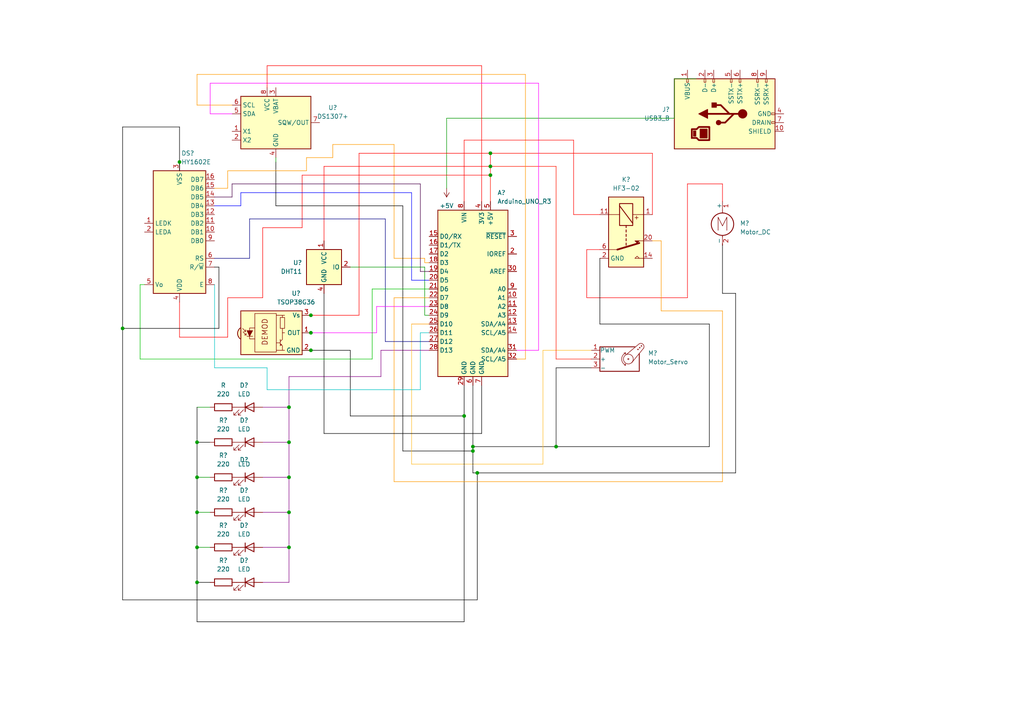
<source format=kicad_sch>
(kicad_sch (version 20211123) (generator eeschema)

  (uuid e63e39d7-6ac0-4ffd-8aa3-1841a4541b55)

  (paper "A4")

  (lib_symbols
    (symbol "Connector:USB3_B" (pin_names (offset 1.016)) (in_bom yes) (on_board yes)
      (property "Reference" "J" (id 0) (at -10.16 15.24 0)
        (effects (font (size 1.27 1.27)) (justify left))
      )
      (property "Value" "USB3_B" (id 1) (at 10.16 15.24 0)
        (effects (font (size 1.27 1.27)) (justify right))
      )
      (property "Footprint" "" (id 2) (at 3.81 2.54 0)
        (effects (font (size 1.27 1.27)) hide)
      )
      (property "Datasheet" "~" (id 3) (at 3.81 2.54 0)
        (effects (font (size 1.27 1.27)) hide)
      )
      (property "ki_keywords" "usb universal serial bus" (id 4) (at 0 0 0)
        (effects (font (size 1.27 1.27)) hide)
      )
      (property "ki_description" "USB 3.0 B connector" (id 5) (at 0 0 0)
        (effects (font (size 1.27 1.27)) hide)
      )
      (symbol "USB3_B_0_0"
        (rectangle (start -2.794 -15.24) (end -2.286 -14.224)
          (stroke (width 0) (type default) (color 0 0 0 0))
          (fill (type none))
        )
        (rectangle (start -0.254 -15.24) (end 0.254 -14.224)
          (stroke (width 0) (type default) (color 0 0 0 0))
          (fill (type none))
        )
        (rectangle (start 10.16 -12.446) (end 9.144 -12.954)
          (stroke (width 0) (type default) (color 0 0 0 0))
          (fill (type none))
        )
        (rectangle (start 10.16 -9.906) (end 9.144 -10.414)
          (stroke (width 0) (type default) (color 0 0 0 0))
          (fill (type none))
        )
        (rectangle (start 10.16 -4.826) (end 9.144 -5.334)
          (stroke (width 0) (type default) (color 0 0 0 0))
          (fill (type none))
        )
        (rectangle (start 10.16 -2.286) (end 9.144 -2.794)
          (stroke (width 0) (type default) (color 0 0 0 0))
          (fill (type none))
        )
        (rectangle (start 10.16 2.794) (end 9.144 2.286)
          (stroke (width 0) (type default) (color 0 0 0 0))
          (fill (type none))
        )
        (rectangle (start 10.16 5.334) (end 9.144 4.826)
          (stroke (width 0) (type default) (color 0 0 0 0))
          (fill (type none))
        )
        (rectangle (start 10.16 10.414) (end 9.144 9.906)
          (stroke (width 0) (type default) (color 0 0 0 0))
          (fill (type none))
        )
      )
      (symbol "USB3_B_0_1"
        (rectangle (start -10.16 13.97) (end 10.16 -15.24)
          (stroke (width 0.254) (type default) (color 0 0 0 0))
          (fill (type background))
        )
        (rectangle (start -6.477 8.382) (end -4.953 7.747)
          (stroke (width 0.254) (type default) (color 0 0 0 0))
          (fill (type outline))
        )
        (rectangle (start -4.445 4.445) (end -6.985 6.477)
          (stroke (width 0.254) (type default) (color 0 0 0 0))
          (fill (type outline))
        )
        (polyline
          (pts
            (xy -6.985 8.89)
            (xy -6.985 7.493)
            (xy -7.62 6.858)
            (xy -7.62 3.81)
            (xy -3.81 3.81)
            (xy -3.81 6.858)
            (xy -4.445 7.493)
            (xy -4.445 8.89)
            (xy -6.858 8.89)
            (xy -6.985 8.89)
          )
          (stroke (width 0.508) (type default) (color 0 0 0 0))
          (fill (type none))
        )
      )
      (symbol "USB3_B_1_1"
        (circle (center -2.54 1.143) (radius 0.635)
          (stroke (width 0.254) (type default) (color 0 0 0 0))
          (fill (type outline))
        )
        (circle (center 0 -5.842) (radius 1.27)
          (stroke (width 0) (type default) (color 0 0 0 0))
          (fill (type outline))
        )
        (polyline
          (pts
            (xy 0 -5.842)
            (xy 0 4.318)
          )
          (stroke (width 0.508) (type default) (color 0 0 0 0))
          (fill (type none))
        )
        (polyline
          (pts
            (xy 0 -3.302)
            (xy -2.54 -0.762)
            (xy -2.54 0.508)
          )
          (stroke (width 0.508) (type default) (color 0 0 0 0))
          (fill (type none))
        )
        (polyline
          (pts
            (xy 0 -2.032)
            (xy 2.54 0.508)
            (xy 2.54 1.778)
          )
          (stroke (width 0.508) (type default) (color 0 0 0 0))
          (fill (type none))
        )
        (polyline
          (pts
            (xy -1.27 4.318)
            (xy 0 6.858)
            (xy 1.27 4.318)
            (xy -1.27 4.318)
          )
          (stroke (width 0.254) (type default) (color 0 0 0 0))
          (fill (type outline))
        )
        (rectangle (start 1.905 1.778) (end 3.175 3.048)
          (stroke (width 0.254) (type default) (color 0 0 0 0))
          (fill (type outline))
        )
        (pin power_out line (at 12.7 10.16 180) (length 2.54)
          (name "VBUS" (effects (font (size 1.27 1.27))))
          (number "1" (effects (font (size 1.27 1.27))))
        )
        (pin passive line (at -5.08 -17.78 90) (length 2.54)
          (name "SHIELD" (effects (font (size 1.27 1.27))))
          (number "10" (effects (font (size 1.27 1.27))))
        )
        (pin bidirectional line (at 12.7 5.08 180) (length 2.54)
          (name "D-" (effects (font (size 1.27 1.27))))
          (number "2" (effects (font (size 1.27 1.27))))
        )
        (pin bidirectional line (at 12.7 2.54 180) (length 2.54)
          (name "D+" (effects (font (size 1.27 1.27))))
          (number "3" (effects (font (size 1.27 1.27))))
        )
        (pin power_out line (at 0 -17.78 90) (length 2.54)
          (name "GND" (effects (font (size 1.27 1.27))))
          (number "4" (effects (font (size 1.27 1.27))))
        )
        (pin output line (at 12.7 -2.54 180) (length 2.54)
          (name "SSTX-" (effects (font (size 1.27 1.27))))
          (number "5" (effects (font (size 1.27 1.27))))
        )
        (pin output line (at 12.7 -5.08 180) (length 2.54)
          (name "SSTX+" (effects (font (size 1.27 1.27))))
          (number "6" (effects (font (size 1.27 1.27))))
        )
        (pin passive line (at -2.54 -17.78 90) (length 2.54)
          (name "DRAIN" (effects (font (size 1.27 1.27))))
          (number "7" (effects (font (size 1.27 1.27))))
        )
        (pin input line (at 12.7 -10.16 180) (length 2.54)
          (name "SSRX-" (effects (font (size 1.27 1.27))))
          (number "8" (effects (font (size 1.27 1.27))))
        )
        (pin input line (at 12.7 -12.7 180) (length 2.54)
          (name "SSRX+" (effects (font (size 1.27 1.27))))
          (number "9" (effects (font (size 1.27 1.27))))
        )
      )
    )
    (symbol "Device:LED" (pin_numbers hide) (pin_names (offset 1.016) hide) (in_bom yes) (on_board yes)
      (property "Reference" "D" (id 0) (at 0 2.54 0)
        (effects (font (size 1.27 1.27)))
      )
      (property "Value" "LED" (id 1) (at 0 -2.54 0)
        (effects (font (size 1.27 1.27)))
      )
      (property "Footprint" "" (id 2) (at 0 0 0)
        (effects (font (size 1.27 1.27)) hide)
      )
      (property "Datasheet" "~" (id 3) (at 0 0 0)
        (effects (font (size 1.27 1.27)) hide)
      )
      (property "ki_keywords" "LED diode" (id 4) (at 0 0 0)
        (effects (font (size 1.27 1.27)) hide)
      )
      (property "ki_description" "Light emitting diode" (id 5) (at 0 0 0)
        (effects (font (size 1.27 1.27)) hide)
      )
      (property "ki_fp_filters" "LED* LED_SMD:* LED_THT:*" (id 6) (at 0 0 0)
        (effects (font (size 1.27 1.27)) hide)
      )
      (symbol "LED_0_1"
        (polyline
          (pts
            (xy -1.27 -1.27)
            (xy -1.27 1.27)
          )
          (stroke (width 0.254) (type default) (color 0 0 0 0))
          (fill (type none))
        )
        (polyline
          (pts
            (xy -1.27 0)
            (xy 1.27 0)
          )
          (stroke (width 0) (type default) (color 0 0 0 0))
          (fill (type none))
        )
        (polyline
          (pts
            (xy 1.27 -1.27)
            (xy 1.27 1.27)
            (xy -1.27 0)
            (xy 1.27 -1.27)
          )
          (stroke (width 0.254) (type default) (color 0 0 0 0))
          (fill (type none))
        )
        (polyline
          (pts
            (xy -3.048 -0.762)
            (xy -4.572 -2.286)
            (xy -3.81 -2.286)
            (xy -4.572 -2.286)
            (xy -4.572 -1.524)
          )
          (stroke (width 0) (type default) (color 0 0 0 0))
          (fill (type none))
        )
        (polyline
          (pts
            (xy -1.778 -0.762)
            (xy -3.302 -2.286)
            (xy -2.54 -2.286)
            (xy -3.302 -2.286)
            (xy -3.302 -1.524)
          )
          (stroke (width 0) (type default) (color 0 0 0 0))
          (fill (type none))
        )
      )
      (symbol "LED_1_1"
        (pin passive line (at -3.81 0 0) (length 2.54)
          (name "K" (effects (font (size 1.27 1.27))))
          (number "1" (effects (font (size 1.27 1.27))))
        )
        (pin passive line (at 3.81 0 180) (length 2.54)
          (name "A" (effects (font (size 1.27 1.27))))
          (number "2" (effects (font (size 1.27 1.27))))
        )
      )
    )
    (symbol "Device:R" (pin_numbers hide) (pin_names (offset 0)) (in_bom yes) (on_board yes)
      (property "Reference" "R" (id 0) (at 2.032 0 90)
        (effects (font (size 1.27 1.27)))
      )
      (property "Value" "R" (id 1) (at 0 0 90)
        (effects (font (size 1.27 1.27)))
      )
      (property "Footprint" "" (id 2) (at -1.778 0 90)
        (effects (font (size 1.27 1.27)) hide)
      )
      (property "Datasheet" "~" (id 3) (at 0 0 0)
        (effects (font (size 1.27 1.27)) hide)
      )
      (property "ki_keywords" "R res resistor" (id 4) (at 0 0 0)
        (effects (font (size 1.27 1.27)) hide)
      )
      (property "ki_description" "Resistor" (id 5) (at 0 0 0)
        (effects (font (size 1.27 1.27)) hide)
      )
      (property "ki_fp_filters" "R_*" (id 6) (at 0 0 0)
        (effects (font (size 1.27 1.27)) hide)
      )
      (symbol "R_0_1"
        (rectangle (start -1.016 -2.54) (end 1.016 2.54)
          (stroke (width 0.254) (type default) (color 0 0 0 0))
          (fill (type none))
        )
      )
      (symbol "R_1_1"
        (pin passive line (at 0 3.81 270) (length 1.27)
          (name "~" (effects (font (size 1.27 1.27))))
          (number "1" (effects (font (size 1.27 1.27))))
        )
        (pin passive line (at 0 -3.81 90) (length 1.27)
          (name "~" (effects (font (size 1.27 1.27))))
          (number "2" (effects (font (size 1.27 1.27))))
        )
      )
    )
    (symbol "Display_Character:HY1602E" (in_bom yes) (on_board yes)
      (property "Reference" "DS" (id 0) (at -6.096 19.05 0)
        (effects (font (size 1.27 1.27)))
      )
      (property "Value" "HY1602E" (id 1) (at 5.08 19.05 0)
        (effects (font (size 1.27 1.27)))
      )
      (property "Footprint" "Display:HY1602E" (id 2) (at 0 -22.86 0)
        (effects (font (size 1.27 1.27) italic) hide)
      )
      (property "Datasheet" "http://www.icbank.com/data/ICBShop/board/HY1602E.pdf" (id 3) (at 5.08 2.54 0)
        (effects (font (size 1.27 1.27)) hide)
      )
      (property "ki_keywords" "display LCD 7-segment" (id 4) (at 0 0 0)
        (effects (font (size 1.27 1.27)) hide)
      )
      (property "ki_description" "LCD 16x2 Alphanumeric 16pin Blue/Yellow/Green Backlight, 8bit parallel, 5V VDD" (id 5) (at 0 0 0)
        (effects (font (size 1.27 1.27)) hide)
      )
      (property "ki_fp_filters" "*HY1602E*" (id 6) (at 0 0 0)
        (effects (font (size 1.27 1.27)) hide)
      )
      (symbol "HY1602E_0_1"
        (rectangle (start -7.62 17.78) (end 7.62 -17.78)
          (stroke (width 0.254) (type default) (color 0 0 0 0))
          (fill (type background))
        )
      )
      (symbol "HY1602E_1_1"
        (pin passive line (at 10.16 -2.54 180) (length 2.54)
          (name "LEDK" (effects (font (size 1.27 1.27))))
          (number "1" (effects (font (size 1.27 1.27))))
        )
        (pin bidirectional line (at -10.16 0 0) (length 2.54)
          (name "DB1" (effects (font (size 1.27 1.27))))
          (number "10" (effects (font (size 1.27 1.27))))
        )
        (pin bidirectional line (at -10.16 -2.54 0) (length 2.54)
          (name "DB2" (effects (font (size 1.27 1.27))))
          (number "11" (effects (font (size 1.27 1.27))))
        )
        (pin bidirectional line (at -10.16 -5.08 0) (length 2.54)
          (name "DB3" (effects (font (size 1.27 1.27))))
          (number "12" (effects (font (size 1.27 1.27))))
        )
        (pin bidirectional line (at -10.16 -7.62 0) (length 2.54)
          (name "DB4" (effects (font (size 1.27 1.27))))
          (number "13" (effects (font (size 1.27 1.27))))
        )
        (pin bidirectional line (at -10.16 -10.16 0) (length 2.54)
          (name "DB5" (effects (font (size 1.27 1.27))))
          (number "14" (effects (font (size 1.27 1.27))))
        )
        (pin bidirectional line (at -10.16 -12.7 0) (length 2.54)
          (name "DB6" (effects (font (size 1.27 1.27))))
          (number "15" (effects (font (size 1.27 1.27))))
        )
        (pin bidirectional line (at -10.16 -15.24 0) (length 2.54)
          (name "DB7" (effects (font (size 1.27 1.27))))
          (number "16" (effects (font (size 1.27 1.27))))
        )
        (pin passive line (at 10.16 0 180) (length 2.54)
          (name "LEDA" (effects (font (size 1.27 1.27))))
          (number "2" (effects (font (size 1.27 1.27))))
        )
        (pin power_in line (at 0 -20.32 90) (length 2.54)
          (name "VSS" (effects (font (size 1.27 1.27))))
          (number "3" (effects (font (size 1.27 1.27))))
        )
        (pin power_in line (at 0 20.32 270) (length 2.54)
          (name "VDD" (effects (font (size 1.27 1.27))))
          (number "4" (effects (font (size 1.27 1.27))))
        )
        (pin input line (at 10.16 15.24 180) (length 2.54)
          (name "Vo" (effects (font (size 1.27 1.27))))
          (number "5" (effects (font (size 1.27 1.27))))
        )
        (pin input line (at -10.16 7.62 0) (length 2.54)
          (name "RS" (effects (font (size 1.27 1.27))))
          (number "6" (effects (font (size 1.27 1.27))))
        )
        (pin input line (at -10.16 10.16 0) (length 2.54)
          (name "R/~{W}" (effects (font (size 1.27 1.27))))
          (number "7" (effects (font (size 1.27 1.27))))
        )
        (pin input line (at -10.16 15.24 0) (length 2.54)
          (name "E" (effects (font (size 1.27 1.27))))
          (number "8" (effects (font (size 1.27 1.27))))
        )
        (pin bidirectional line (at -10.16 2.54 0) (length 2.54)
          (name "DB0" (effects (font (size 1.27 1.27))))
          (number "9" (effects (font (size 1.27 1.27))))
        )
      )
    )
    (symbol "Interface_Optical:TSOP38G36" (in_bom yes) (on_board yes)
      (property "Reference" "U" (id 0) (at -10.16 7.62 0)
        (effects (font (size 1.27 1.27)) (justify left))
      )
      (property "Value" "TSOP38G36" (id 1) (at -10.16 -7.62 0)
        (effects (font (size 1.27 1.27)) (justify left))
      )
      (property "Footprint" "OptoDevice:Vishay_MINICAST-3Pin" (id 2) (at -1.27 -9.525 0)
        (effects (font (size 1.27 1.27)) hide)
      )
      (property "Datasheet" "http://www.vishay.com/docs/82731/tsop38g36.pdf" (id 3) (at 16.51 7.62 0)
        (effects (font (size 1.27 1.27)) hide)
      )
      (property "ki_keywords" "opto IR receiver" (id 4) (at 0 0 0)
        (effects (font (size 1.27 1.27)) hide)
      )
      (property "ki_description" "Photo Modules for PCM Remote Control Systems" (id 5) (at 0 0 0)
        (effects (font (size 1.27 1.27)) hide)
      )
      (property "ki_fp_filters" "Vishay*MINICAST*" (id 6) (at 0 0 0)
        (effects (font (size 1.27 1.27)) hide)
      )
      (symbol "TSOP38G36_0_0"
        (arc (start -10.287 1.397) (mid -11.0899 -0.1905) (end -10.287 -1.778)
          (stroke (width 0.254) (type default) (color 0 0 0 0))
          (fill (type background))
        )
        (polyline
          (pts
            (xy 1.905 -5.08)
            (xy 0.127 -5.08)
          )
          (stroke (width 0) (type default) (color 0 0 0 0))
          (fill (type none))
        )
        (polyline
          (pts
            (xy 1.905 5.08)
            (xy 0.127 5.08)
          )
          (stroke (width 0) (type default) (color 0 0 0 0))
          (fill (type none))
        )
        (text "DEMOD" (at -3.175 0.254 900)
          (effects (font (size 1.524 1.524)))
        )
      )
      (symbol "TSOP38G36_0_1"
        (rectangle (start -6.096 5.588) (end 0.127 -5.588)
          (stroke (width 0) (type default) (color 0 0 0 0))
          (fill (type none))
        )
        (polyline
          (pts
            (xy -8.763 0.381)
            (xy -9.652 1.27)
          )
          (stroke (width 0) (type default) (color 0 0 0 0))
          (fill (type none))
        )
        (polyline
          (pts
            (xy -8.763 0.381)
            (xy -9.271 0.381)
          )
          (stroke (width 0) (type default) (color 0 0 0 0))
          (fill (type none))
        )
        (polyline
          (pts
            (xy -8.763 0.381)
            (xy -8.763 0.889)
          )
          (stroke (width 0) (type default) (color 0 0 0 0))
          (fill (type none))
        )
        (polyline
          (pts
            (xy -8.636 -0.635)
            (xy -9.525 0.254)
          )
          (stroke (width 0) (type default) (color 0 0 0 0))
          (fill (type none))
        )
        (polyline
          (pts
            (xy -8.636 -0.635)
            (xy -9.144 -0.635)
          )
          (stroke (width 0) (type default) (color 0 0 0 0))
          (fill (type none))
        )
        (polyline
          (pts
            (xy -8.636 -0.635)
            (xy -8.636 -0.127)
          )
          (stroke (width 0) (type default) (color 0 0 0 0))
          (fill (type none))
        )
        (polyline
          (pts
            (xy -8.382 -1.016)
            (xy -6.731 -1.016)
          )
          (stroke (width 0) (type default) (color 0 0 0 0))
          (fill (type none))
        )
        (polyline
          (pts
            (xy 1.27 -2.921)
            (xy 0.127 -2.921)
          )
          (stroke (width 0) (type default) (color 0 0 0 0))
          (fill (type none))
        )
        (polyline
          (pts
            (xy 1.27 -1.905)
            (xy 1.27 -3.81)
          )
          (stroke (width 0) (type default) (color 0 0 0 0))
          (fill (type none))
        )
        (polyline
          (pts
            (xy 1.397 -3.556)
            (xy 1.524 -3.556)
          )
          (stroke (width 0) (type default) (color 0 0 0 0))
          (fill (type none))
        )
        (polyline
          (pts
            (xy 1.651 -3.556)
            (xy 1.524 -3.556)
          )
          (stroke (width 0) (type default) (color 0 0 0 0))
          (fill (type none))
        )
        (polyline
          (pts
            (xy 1.651 -3.556)
            (xy 1.651 -3.302)
          )
          (stroke (width 0) (type default) (color 0 0 0 0))
          (fill (type none))
        )
        (polyline
          (pts
            (xy 1.905 0)
            (xy 1.905 1.27)
          )
          (stroke (width 0) (type default) (color 0 0 0 0))
          (fill (type none))
        )
        (polyline
          (pts
            (xy 1.905 4.445)
            (xy 1.905 5.08)
            (xy 2.54 5.08)
          )
          (stroke (width 0) (type default) (color 0 0 0 0))
          (fill (type none))
        )
        (polyline
          (pts
            (xy -8.382 0.635)
            (xy -6.731 0.635)
            (xy -7.62 -1.016)
            (xy -8.382 0.635)
          )
          (stroke (width 0) (type default) (color 0 0 0 0))
          (fill (type outline))
        )
        (polyline
          (pts
            (xy -6.096 1.397)
            (xy -7.62 1.397)
            (xy -7.62 -1.778)
            (xy -6.096 -1.778)
          )
          (stroke (width 0) (type default) (color 0 0 0 0))
          (fill (type none))
        )
        (polyline
          (pts
            (xy 1.27 -3.175)
            (xy 1.905 -3.81)
            (xy 1.905 -5.08)
            (xy 2.54 -5.08)
          )
          (stroke (width 0) (type default) (color 0 0 0 0))
          (fill (type none))
        )
        (polyline
          (pts
            (xy 1.27 -2.54)
            (xy 1.905 -1.905)
            (xy 1.905 0)
            (xy 2.54 0)
          )
          (stroke (width 0) (type default) (color 0 0 0 0))
          (fill (type none))
        )
        (rectangle (start 2.54 1.27) (end 1.27 4.445)
          (stroke (width 0) (type default) (color 0 0 0 0))
          (fill (type none))
        )
        (rectangle (start 7.62 6.35) (end -10.16 -6.35)
          (stroke (width 0.254) (type default) (color 0 0 0 0))
          (fill (type background))
        )
      )
      (symbol "TSOP38G36_1_1"
        (pin output line (at 10.16 0 180) (length 2.54)
          (name "OUT" (effects (font (size 1.27 1.27))))
          (number "1" (effects (font (size 1.27 1.27))))
        )
        (pin power_in line (at 10.16 -5.08 180) (length 2.54)
          (name "GND" (effects (font (size 1.27 1.27))))
          (number "2" (effects (font (size 1.27 1.27))))
        )
        (pin power_in line (at 10.16 5.08 180) (length 2.54)
          (name "Vs" (effects (font (size 1.27 1.27))))
          (number "3" (effects (font (size 1.27 1.27))))
        )
      )
    )
    (symbol "MCU_Module:Arduino_UNO_R3" (in_bom yes) (on_board yes)
      (property "Reference" "A" (id 0) (at -10.16 23.495 0)
        (effects (font (size 1.27 1.27)) (justify left bottom))
      )
      (property "Value" "Arduino_UNO_R3" (id 1) (at 5.08 -26.67 0)
        (effects (font (size 1.27 1.27)) (justify left top))
      )
      (property "Footprint" "Module:Arduino_UNO_R3" (id 2) (at 0 0 0)
        (effects (font (size 1.27 1.27) italic) hide)
      )
      (property "Datasheet" "https://www.arduino.cc/en/Main/arduinoBoardUno" (id 3) (at 0 0 0)
        (effects (font (size 1.27 1.27)) hide)
      )
      (property "ki_keywords" "Arduino UNO R3 Microcontroller Module Atmel AVR USB" (id 4) (at 0 0 0)
        (effects (font (size 1.27 1.27)) hide)
      )
      (property "ki_description" "Arduino UNO Microcontroller Module, release 3" (id 5) (at 0 0 0)
        (effects (font (size 1.27 1.27)) hide)
      )
      (property "ki_fp_filters" "Arduino*UNO*R3*" (id 6) (at 0 0 0)
        (effects (font (size 1.27 1.27)) hide)
      )
      (symbol "Arduino_UNO_R3_0_1"
        (rectangle (start -10.16 22.86) (end 10.16 -25.4)
          (stroke (width 0.254) (type default) (color 0 0 0 0))
          (fill (type background))
        )
      )
      (symbol "Arduino_UNO_R3_1_1"
        (pin no_connect line (at -10.16 -20.32 0) (length 2.54) hide
          (name "NC" (effects (font (size 1.27 1.27))))
          (number "1" (effects (font (size 1.27 1.27))))
        )
        (pin bidirectional line (at 12.7 -2.54 180) (length 2.54)
          (name "A1" (effects (font (size 1.27 1.27))))
          (number "10" (effects (font (size 1.27 1.27))))
        )
        (pin bidirectional line (at 12.7 -5.08 180) (length 2.54)
          (name "A2" (effects (font (size 1.27 1.27))))
          (number "11" (effects (font (size 1.27 1.27))))
        )
        (pin bidirectional line (at 12.7 -7.62 180) (length 2.54)
          (name "A3" (effects (font (size 1.27 1.27))))
          (number "12" (effects (font (size 1.27 1.27))))
        )
        (pin bidirectional line (at 12.7 -10.16 180) (length 2.54)
          (name "SDA/A4" (effects (font (size 1.27 1.27))))
          (number "13" (effects (font (size 1.27 1.27))))
        )
        (pin bidirectional line (at 12.7 -12.7 180) (length 2.54)
          (name "SCL/A5" (effects (font (size 1.27 1.27))))
          (number "14" (effects (font (size 1.27 1.27))))
        )
        (pin bidirectional line (at -12.7 15.24 0) (length 2.54)
          (name "D0/RX" (effects (font (size 1.27 1.27))))
          (number "15" (effects (font (size 1.27 1.27))))
        )
        (pin bidirectional line (at -12.7 12.7 0) (length 2.54)
          (name "D1/TX" (effects (font (size 1.27 1.27))))
          (number "16" (effects (font (size 1.27 1.27))))
        )
        (pin bidirectional line (at -12.7 10.16 0) (length 2.54)
          (name "D2" (effects (font (size 1.27 1.27))))
          (number "17" (effects (font (size 1.27 1.27))))
        )
        (pin bidirectional line (at -12.7 7.62 0) (length 2.54)
          (name "D3" (effects (font (size 1.27 1.27))))
          (number "18" (effects (font (size 1.27 1.27))))
        )
        (pin bidirectional line (at -12.7 5.08 0) (length 2.54)
          (name "D4" (effects (font (size 1.27 1.27))))
          (number "19" (effects (font (size 1.27 1.27))))
        )
        (pin output line (at 12.7 10.16 180) (length 2.54)
          (name "IOREF" (effects (font (size 1.27 1.27))))
          (number "2" (effects (font (size 1.27 1.27))))
        )
        (pin bidirectional line (at -12.7 2.54 0) (length 2.54)
          (name "D5" (effects (font (size 1.27 1.27))))
          (number "20" (effects (font (size 1.27 1.27))))
        )
        (pin bidirectional line (at -12.7 0 0) (length 2.54)
          (name "D6" (effects (font (size 1.27 1.27))))
          (number "21" (effects (font (size 1.27 1.27))))
        )
        (pin bidirectional line (at -12.7 -2.54 0) (length 2.54)
          (name "D7" (effects (font (size 1.27 1.27))))
          (number "22" (effects (font (size 1.27 1.27))))
        )
        (pin bidirectional line (at -12.7 -5.08 0) (length 2.54)
          (name "D8" (effects (font (size 1.27 1.27))))
          (number "23" (effects (font (size 1.27 1.27))))
        )
        (pin bidirectional line (at -12.7 -7.62 0) (length 2.54)
          (name "D9" (effects (font (size 1.27 1.27))))
          (number "24" (effects (font (size 1.27 1.27))))
        )
        (pin bidirectional line (at -12.7 -10.16 0) (length 2.54)
          (name "D10" (effects (font (size 1.27 1.27))))
          (number "25" (effects (font (size 1.27 1.27))))
        )
        (pin bidirectional line (at -12.7 -12.7 0) (length 2.54)
          (name "D11" (effects (font (size 1.27 1.27))))
          (number "26" (effects (font (size 1.27 1.27))))
        )
        (pin bidirectional line (at -12.7 -15.24 0) (length 2.54)
          (name "D12" (effects (font (size 1.27 1.27))))
          (number "27" (effects (font (size 1.27 1.27))))
        )
        (pin bidirectional line (at -12.7 -17.78 0) (length 2.54)
          (name "D13" (effects (font (size 1.27 1.27))))
          (number "28" (effects (font (size 1.27 1.27))))
        )
        (pin power_in line (at -2.54 -27.94 90) (length 2.54)
          (name "GND" (effects (font (size 1.27 1.27))))
          (number "29" (effects (font (size 1.27 1.27))))
        )
        (pin input line (at 12.7 15.24 180) (length 2.54)
          (name "~{RESET}" (effects (font (size 1.27 1.27))))
          (number "3" (effects (font (size 1.27 1.27))))
        )
        (pin input line (at 12.7 5.08 180) (length 2.54)
          (name "AREF" (effects (font (size 1.27 1.27))))
          (number "30" (effects (font (size 1.27 1.27))))
        )
        (pin bidirectional line (at 12.7 -17.78 180) (length 2.54)
          (name "SDA/A4" (effects (font (size 1.27 1.27))))
          (number "31" (effects (font (size 1.27 1.27))))
        )
        (pin bidirectional line (at 12.7 -20.32 180) (length 2.54)
          (name "SCL/A5" (effects (font (size 1.27 1.27))))
          (number "32" (effects (font (size 1.27 1.27))))
        )
        (pin power_out line (at 2.54 25.4 270) (length 2.54)
          (name "3V3" (effects (font (size 1.27 1.27))))
          (number "4" (effects (font (size 1.27 1.27))))
        )
        (pin power_out line (at 5.08 25.4 270) (length 2.54)
          (name "+5V" (effects (font (size 1.27 1.27))))
          (number "5" (effects (font (size 1.27 1.27))))
        )
        (pin power_in line (at 0 -27.94 90) (length 2.54)
          (name "GND" (effects (font (size 1.27 1.27))))
          (number "6" (effects (font (size 1.27 1.27))))
        )
        (pin power_in line (at 2.54 -27.94 90) (length 2.54)
          (name "GND" (effects (font (size 1.27 1.27))))
          (number "7" (effects (font (size 1.27 1.27))))
        )
        (pin power_in line (at -2.54 25.4 270) (length 2.54)
          (name "VIN" (effects (font (size 1.27 1.27))))
          (number "8" (effects (font (size 1.27 1.27))))
        )
        (pin bidirectional line (at 12.7 0 180) (length 2.54)
          (name "A0" (effects (font (size 1.27 1.27))))
          (number "9" (effects (font (size 1.27 1.27))))
        )
      )
    )
    (symbol "Motor:Motor_DC" (pin_names (offset 0)) (in_bom yes) (on_board yes)
      (property "Reference" "M" (id 0) (at 2.54 2.54 0)
        (effects (font (size 1.27 1.27)) (justify left))
      )
      (property "Value" "Motor_DC" (id 1) (at 2.54 -5.08 0)
        (effects (font (size 1.27 1.27)) (justify left top))
      )
      (property "Footprint" "" (id 2) (at 0 -2.286 0)
        (effects (font (size 1.27 1.27)) hide)
      )
      (property "Datasheet" "~" (id 3) (at 0 -2.286 0)
        (effects (font (size 1.27 1.27)) hide)
      )
      (property "ki_keywords" "DC Motor" (id 4) (at 0 0 0)
        (effects (font (size 1.27 1.27)) hide)
      )
      (property "ki_description" "DC Motor" (id 5) (at 0 0 0)
        (effects (font (size 1.27 1.27)) hide)
      )
      (property "ki_fp_filters" "PinHeader*P2.54mm* TerminalBlock*" (id 6) (at 0 0 0)
        (effects (font (size 1.27 1.27)) hide)
      )
      (symbol "Motor_DC_0_0"
        (polyline
          (pts
            (xy -1.27 -3.302)
            (xy -1.27 0.508)
            (xy 0 -2.032)
            (xy 1.27 0.508)
            (xy 1.27 -3.302)
          )
          (stroke (width 0) (type default) (color 0 0 0 0))
          (fill (type none))
        )
      )
      (symbol "Motor_DC_0_1"
        (circle (center 0 -1.524) (radius 3.2512)
          (stroke (width 0.254) (type default) (color 0 0 0 0))
          (fill (type none))
        )
        (polyline
          (pts
            (xy 0 -7.62)
            (xy 0 -7.112)
          )
          (stroke (width 0) (type default) (color 0 0 0 0))
          (fill (type none))
        )
        (polyline
          (pts
            (xy 0 -4.7752)
            (xy 0 -5.1816)
          )
          (stroke (width 0) (type default) (color 0 0 0 0))
          (fill (type none))
        )
        (polyline
          (pts
            (xy 0 1.7272)
            (xy 0 2.0828)
          )
          (stroke (width 0) (type default) (color 0 0 0 0))
          (fill (type none))
        )
        (polyline
          (pts
            (xy 0 2.032)
            (xy 0 2.54)
          )
          (stroke (width 0) (type default) (color 0 0 0 0))
          (fill (type none))
        )
      )
      (symbol "Motor_DC_1_1"
        (pin passive line (at 0 5.08 270) (length 2.54)
          (name "+" (effects (font (size 1.27 1.27))))
          (number "1" (effects (font (size 1.27 1.27))))
        )
        (pin passive line (at 0 -7.62 90) (length 2.54)
          (name "-" (effects (font (size 1.27 1.27))))
          (number "2" (effects (font (size 1.27 1.27))))
        )
      )
    )
    (symbol "Motor:Motor_Servo" (pin_names (offset 0.0254)) (in_bom yes) (on_board yes)
      (property "Reference" "M" (id 0) (at -5.08 4.445 0)
        (effects (font (size 1.27 1.27)) (justify left))
      )
      (property "Value" "Motor_Servo" (id 1) (at -5.08 -4.064 0)
        (effects (font (size 1.27 1.27)) (justify left top))
      )
      (property "Footprint" "" (id 2) (at 0 -4.826 0)
        (effects (font (size 1.27 1.27)) hide)
      )
      (property "Datasheet" "http://forums.parallax.com/uploads/attachments/46831/74481.png" (id 3) (at 0 -4.826 0)
        (effects (font (size 1.27 1.27)) hide)
      )
      (property "ki_keywords" "Servo Motor" (id 4) (at 0 0 0)
        (effects (font (size 1.27 1.27)) hide)
      )
      (property "ki_description" "Servo Motor (Futaba, HiTec, JR connector)" (id 5) (at 0 0 0)
        (effects (font (size 1.27 1.27)) hide)
      )
      (property "ki_fp_filters" "PinHeader*P2.54mm*" (id 6) (at 0 0 0)
        (effects (font (size 1.27 1.27)) hide)
      )
      (symbol "Motor_Servo_0_1"
        (polyline
          (pts
            (xy 2.413 -1.778)
            (xy 2.032 -1.778)
          )
          (stroke (width 0) (type default) (color 0 0 0 0))
          (fill (type none))
        )
        (polyline
          (pts
            (xy 2.413 -1.778)
            (xy 2.286 -1.397)
          )
          (stroke (width 0) (type default) (color 0 0 0 0))
          (fill (type none))
        )
        (polyline
          (pts
            (xy 2.413 1.778)
            (xy 1.905 1.778)
          )
          (stroke (width 0) (type default) (color 0 0 0 0))
          (fill (type none))
        )
        (polyline
          (pts
            (xy 2.413 1.778)
            (xy 2.286 1.397)
          )
          (stroke (width 0) (type default) (color 0 0 0 0))
          (fill (type none))
        )
        (polyline
          (pts
            (xy 6.35 4.445)
            (xy 2.54 1.27)
          )
          (stroke (width 0) (type default) (color 0 0 0 0))
          (fill (type none))
        )
        (polyline
          (pts
            (xy 7.62 3.175)
            (xy 4.191 -1.016)
          )
          (stroke (width 0) (type default) (color 0 0 0 0))
          (fill (type none))
        )
        (polyline
          (pts
            (xy 5.08 3.556)
            (xy -5.08 3.556)
            (xy -5.08 -3.556)
            (xy 6.35 -3.556)
            (xy 6.35 1.524)
          )
          (stroke (width 0.254) (type default) (color 0 0 0 0))
          (fill (type none))
        )
        (arc (start 2.413 1.778) (mid 1.2406 0) (end 2.413 -1.778)
          (stroke (width 0) (type default) (color 0 0 0 0))
          (fill (type none))
        )
        (circle (center 3.175 0) (radius 0.1778)
          (stroke (width 0) (type default) (color 0 0 0 0))
          (fill (type none))
        )
        (circle (center 3.175 0) (radius 1.4224)
          (stroke (width 0) (type default) (color 0 0 0 0))
          (fill (type none))
        )
        (circle (center 5.969 2.794) (radius 0.127)
          (stroke (width 0) (type default) (color 0 0 0 0))
          (fill (type none))
        )
        (circle (center 6.477 3.302) (radius 0.127)
          (stroke (width 0) (type default) (color 0 0 0 0))
          (fill (type none))
        )
        (circle (center 6.985 3.81) (radius 0.127)
          (stroke (width 0) (type default) (color 0 0 0 0))
          (fill (type none))
        )
        (arc (start 7.62 3.175) (mid 7.4485 4.2735) (end 6.35 4.445)
          (stroke (width 0) (type default) (color 0 0 0 0))
          (fill (type none))
        )
      )
      (symbol "Motor_Servo_1_1"
        (pin passive line (at -7.62 2.54 0) (length 2.54)
          (name "PWM" (effects (font (size 1.27 1.27))))
          (number "1" (effects (font (size 1.27 1.27))))
        )
        (pin passive line (at -7.62 0 0) (length 2.54)
          (name "+" (effects (font (size 1.27 1.27))))
          (number "2" (effects (font (size 1.27 1.27))))
        )
        (pin passive line (at -7.62 -2.54 0) (length 2.54)
          (name "-" (effects (font (size 1.27 1.27))))
          (number "3" (effects (font (size 1.27 1.27))))
        )
      )
    )
    (symbol "Relay:HF3-02" (in_bom yes) (on_board yes)
      (property "Reference" "K" (id 0) (at 11.43 3.81 0)
        (effects (font (size 1.27 1.27)) (justify left))
      )
      (property "Value" "HF3-02" (id 1) (at 11.43 1.27 0)
        (effects (font (size 1.27 1.27)) (justify left))
      )
      (property "Footprint" "Relay_SMD:Relay_SPDT_AXICOM_HF3Series_75ohms_Pitch1.27mm" (id 2) (at 28.702 -0.762 0)
        (effects (font (size 1.27 1.27)) hide)
      )
      (property "Datasheet" "http://hiqsdr.com/images/3/3e/Axicom-HF3.pdf" (id 3) (at 0 0 0)
        (effects (font (size 1.27 1.27)) hide)
      )
      (property "ki_keywords" "Single Pole Relay SPDT" (id 4) (at 0 0 0)
        (effects (font (size 1.27 1.27)) hide)
      )
      (property "ki_description" "AXICOM HF3 relay, 3GHz, SPDT RF Switching Relay, 75ohm, 4.5Vdc, Single-Side Stable" (id 5) (at 0 0 0)
        (effects (font (size 1.27 1.27)) hide)
      )
      (property "ki_fp_filters" "Relay*SPDT*AXICOM*HF3Series*75ohms*Pitch1.27mm*" (id 6) (at 0 0 0)
        (effects (font (size 1.27 1.27)) hide)
      )
      (symbol "HF3-02_0_0"
        (polyline
          (pts
            (xy 7.62 5.08)
            (xy 7.62 2.54)
            (xy 6.985 3.175)
            (xy 7.62 3.81)
          )
          (stroke (width 0) (type default) (color 0 0 0 0))
          (fill (type none))
        )
        (text "+" (at -4.191 2.921 0)
          (effects (font (size 1.27 1.27)))
        )
      )
      (symbol "HF3-02_0_1"
        (rectangle (start -10.16 5.08) (end 10.16 -5.08)
          (stroke (width 0.254) (type default) (color 0 0 0 0))
          (fill (type background))
        )
        (rectangle (start -8.255 1.905) (end -1.905 -1.905)
          (stroke (width 0.254) (type default) (color 0 0 0 0))
          (fill (type none))
        )
        (polyline
          (pts
            (xy -7.62 -1.905)
            (xy -2.54 1.905)
          )
          (stroke (width 0.254) (type default) (color 0 0 0 0))
          (fill (type none))
        )
        (polyline
          (pts
            (xy -5.08 -5.08)
            (xy -5.08 -1.905)
          )
          (stroke (width 0) (type default) (color 0 0 0 0))
          (fill (type none))
        )
        (polyline
          (pts
            (xy -5.08 5.08)
            (xy -5.08 1.905)
          )
          (stroke (width 0) (type default) (color 0 0 0 0))
          (fill (type none))
        )
        (polyline
          (pts
            (xy -1.905 0)
            (xy -1.27 0)
          )
          (stroke (width 0.254) (type default) (color 0 0 0 0))
          (fill (type none))
        )
        (polyline
          (pts
            (xy -0.635 0)
            (xy 0 0)
          )
          (stroke (width 0.254) (type default) (color 0 0 0 0))
          (fill (type none))
        )
        (polyline
          (pts
            (xy 0.635 0)
            (xy 1.27 0)
          )
          (stroke (width 0.254) (type default) (color 0 0 0 0))
          (fill (type none))
        )
        (polyline
          (pts
            (xy 1.905 0)
            (xy 2.54 0)
          )
          (stroke (width 0.254) (type default) (color 0 0 0 0))
          (fill (type none))
        )
        (polyline
          (pts
            (xy 3.175 0)
            (xy 3.81 0)
          )
          (stroke (width 0.254) (type default) (color 0 0 0 0))
          (fill (type none))
        )
        (polyline
          (pts
            (xy 5.08 -2.54)
            (xy 3.175 3.81)
          )
          (stroke (width 0.508) (type default) (color 0 0 0 0))
          (fill (type none))
        )
        (polyline
          (pts
            (xy 5.08 -2.54)
            (xy 5.08 -5.08)
          )
          (stroke (width 0) (type default) (color 0 0 0 0))
          (fill (type none))
        )
        (polyline
          (pts
            (xy 2.54 5.08)
            (xy 2.54 2.54)
            (xy 3.175 3.175)
            (xy 2.54 3.81)
          )
          (stroke (width 0) (type default) (color 0 0 0 0))
          (fill (type outline))
        )
      )
      (symbol "HF3-02_1_1"
        (pin passive line (at -5.08 7.62 270) (length 2.54)
          (name "~" (effects (font (size 1.27 1.27))))
          (number "1" (effects (font (size 1.27 1.27))))
        )
        (pin passive line (at 7.62 -7.62 90) (length 2.54) hide
          (name "GND" (effects (font (size 1.27 1.27))))
          (number "10" (effects (font (size 1.27 1.27))))
        )
        (pin passive line (at -5.08 -7.62 90) (length 2.54)
          (name "~" (effects (font (size 1.27 1.27))))
          (number "11" (effects (font (size 1.27 1.27))))
        )
        (pin passive line (at 7.62 -7.62 90) (length 2.54) hide
          (name "GND" (effects (font (size 1.27 1.27))))
          (number "12" (effects (font (size 1.27 1.27))))
        )
        (pin passive line (at 7.62 -7.62 90) (length 2.54) hide
          (name "GND" (effects (font (size 1.27 1.27))))
          (number "13" (effects (font (size 1.27 1.27))))
        )
        (pin passive line (at 7.62 7.62 270) (length 2.54)
          (name "~" (effects (font (size 1.27 1.27))))
          (number "14" (effects (font (size 1.27 1.27))))
        )
        (pin passive line (at 7.62 -7.62 90) (length 2.54) hide
          (name "GND" (effects (font (size 1.27 1.27))))
          (number "15" (effects (font (size 1.27 1.27))))
        )
        (pin passive line (at 7.62 -7.62 90) (length 2.54) hide
          (name "GND" (effects (font (size 1.27 1.27))))
          (number "17" (effects (font (size 1.27 1.27))))
        )
        (pin passive line (at 7.62 -7.62 90) (length 2.54) hide
          (name "GND" (effects (font (size 1.27 1.27))))
          (number "19" (effects (font (size 1.27 1.27))))
        )
        (pin power_in line (at 7.62 -7.62 90) (length 2.54)
          (name "GND" (effects (font (size 1.27 1.27))))
          (number "2" (effects (font (size 1.27 1.27))))
        )
        (pin passive line (at 2.54 7.62 270) (length 2.54)
          (name "~" (effects (font (size 1.27 1.27))))
          (number "20" (effects (font (size 1.27 1.27))))
        )
        (pin passive line (at 7.62 -7.62 90) (length 2.54) hide
          (name "GND" (effects (font (size 1.27 1.27))))
          (number "21" (effects (font (size 1.27 1.27))))
        )
        (pin passive line (at 7.62 -7.62 90) (length 2.54) hide
          (name "GND" (effects (font (size 1.27 1.27))))
          (number "22" (effects (font (size 1.27 1.27))))
        )
        (pin passive line (at 7.62 -7.62 90) (length 2.54) hide
          (name "GND" (effects (font (size 1.27 1.27))))
          (number "5" (effects (font (size 1.27 1.27))))
        )
        (pin passive line (at 5.08 -7.62 90) (length 2.54)
          (name "~" (effects (font (size 1.27 1.27))))
          (number "6" (effects (font (size 1.27 1.27))))
        )
        (pin passive line (at 7.62 -7.62 90) (length 2.54) hide
          (name "GND" (effects (font (size 1.27 1.27))))
          (number "7" (effects (font (size 1.27 1.27))))
        )
      )
    )
    (symbol "Sensor:DHT11" (in_bom yes) (on_board yes)
      (property "Reference" "U" (id 0) (at -3.81 6.35 0)
        (effects (font (size 1.27 1.27)))
      )
      (property "Value" "DHT11" (id 1) (at 3.81 6.35 0)
        (effects (font (size 1.27 1.27)))
      )
      (property "Footprint" "Sensor:Aosong_DHT11_5.5x12.0_P2.54mm" (id 2) (at 0 -10.16 0)
        (effects (font (size 1.27 1.27)) hide)
      )
      (property "Datasheet" "http://akizukidenshi.com/download/ds/aosong/DHT11.pdf" (id 3) (at 3.81 6.35 0)
        (effects (font (size 1.27 1.27)) hide)
      )
      (property "ki_keywords" "Digital temperature humidity sensor" (id 4) (at 0 0 0)
        (effects (font (size 1.27 1.27)) hide)
      )
      (property "ki_description" "Temperature and humidity module" (id 5) (at 0 0 0)
        (effects (font (size 1.27 1.27)) hide)
      )
      (property "ki_fp_filters" "Aosong*DHT11*5.5x12.0*P2.54mm*" (id 6) (at 0 0 0)
        (effects (font (size 1.27 1.27)) hide)
      )
      (symbol "DHT11_0_1"
        (rectangle (start -5.08 5.08) (end 5.08 -5.08)
          (stroke (width 0.254) (type default) (color 0 0 0 0))
          (fill (type background))
        )
      )
      (symbol "DHT11_1_1"
        (pin power_in line (at 0 7.62 270) (length 2.54)
          (name "VCC" (effects (font (size 1.27 1.27))))
          (number "1" (effects (font (size 1.27 1.27))))
        )
        (pin bidirectional line (at 7.62 0 180) (length 2.54)
          (name "IO" (effects (font (size 1.27 1.27))))
          (number "2" (effects (font (size 1.27 1.27))))
        )
        (pin no_connect line (at -5.08 0 0) (length 2.54) hide
          (name "NC" (effects (font (size 1.27 1.27))))
          (number "3" (effects (font (size 1.27 1.27))))
        )
        (pin power_in line (at 0 -7.62 90) (length 2.54)
          (name "GND" (effects (font (size 1.27 1.27))))
          (number "4" (effects (font (size 1.27 1.27))))
        )
      )
    )
    (symbol "Timer_RTC:DS1307+" (in_bom yes) (on_board yes)
      (property "Reference" "U" (id 0) (at -8.89 8.89 0)
        (effects (font (size 1.27 1.27)))
      )
      (property "Value" "DS1307+" (id 1) (at 1.27 8.89 0)
        (effects (font (size 1.27 1.27)) (justify left))
      )
      (property "Footprint" "Package_DIP:DIP-8_W7.62mm" (id 2) (at 0 -12.7 0)
        (effects (font (size 1.27 1.27)) hide)
      )
      (property "Datasheet" "https://datasheets.maximintegrated.com/en/ds/DS1307.pdf" (id 3) (at 0 -5.08 0)
        (effects (font (size 1.27 1.27)) hide)
      )
      (property "ki_keywords" "RTC, Trickle-Charge Timekeeping Chip" (id 4) (at 0 0 0)
        (effects (font (size 1.27 1.27)) hide)
      )
      (property "ki_description" "64 x 8, Serial, I2C Real-time clock, 4.5V to 5.5V VCC, 0°C to +70°C, DIP-8" (id 5) (at 0 0 0)
        (effects (font (size 1.27 1.27)) hide)
      )
      (property "ki_fp_filters" "DIP*W7.62mm*" (id 6) (at 0 0 0)
        (effects (font (size 1.27 1.27)) hide)
      )
      (symbol "DS1307+_0_1"
        (rectangle (start -10.16 7.62) (end 10.16 -7.62)
          (stroke (width 0.254) (type default) (color 0 0 0 0))
          (fill (type background))
        )
      )
      (symbol "DS1307+_1_1"
        (pin input line (at -12.7 -2.54 0) (length 2.54)
          (name "X1" (effects (font (size 1.27 1.27))))
          (number "1" (effects (font (size 1.27 1.27))))
        )
        (pin input line (at -12.7 -5.08 0) (length 2.54)
          (name "X2" (effects (font (size 1.27 1.27))))
          (number "2" (effects (font (size 1.27 1.27))))
        )
        (pin power_in line (at 0 10.16 270) (length 2.54)
          (name "VBAT" (effects (font (size 1.27 1.27))))
          (number "3" (effects (font (size 1.27 1.27))))
        )
        (pin power_in line (at 0 -10.16 90) (length 2.54)
          (name "GND" (effects (font (size 1.27 1.27))))
          (number "4" (effects (font (size 1.27 1.27))))
        )
        (pin bidirectional line (at -12.7 2.54 0) (length 2.54)
          (name "SDA" (effects (font (size 1.27 1.27))))
          (number "5" (effects (font (size 1.27 1.27))))
        )
        (pin input line (at -12.7 5.08 0) (length 2.54)
          (name "SCL" (effects (font (size 1.27 1.27))))
          (number "6" (effects (font (size 1.27 1.27))))
        )
        (pin open_collector line (at 12.7 0 180) (length 2.54)
          (name "SQW/OUT" (effects (font (size 1.27 1.27))))
          (number "7" (effects (font (size 1.27 1.27))))
        )
        (pin power_in line (at -2.54 10.16 270) (length 2.54)
          (name "VCC" (effects (font (size 1.27 1.27))))
          (number "8" (effects (font (size 1.27 1.27))))
        )
      )
    )
    (symbol "power:+5V" (power) (pin_names (offset 0)) (in_bom yes) (on_board yes)
      (property "Reference" "#PWR" (id 0) (at 0 -3.81 0)
        (effects (font (size 1.27 1.27)) hide)
      )
      (property "Value" "+5V" (id 1) (at 0 3.556 0)
        (effects (font (size 1.27 1.27)))
      )
      (property "Footprint" "" (id 2) (at 0 0 0)
        (effects (font (size 1.27 1.27)) hide)
      )
      (property "Datasheet" "" (id 3) (at 0 0 0)
        (effects (font (size 1.27 1.27)) hide)
      )
      (property "ki_keywords" "power-flag" (id 4) (at 0 0 0)
        (effects (font (size 1.27 1.27)) hide)
      )
      (property "ki_description" "Power symbol creates a global label with name \"+5V\"" (id 5) (at 0 0 0)
        (effects (font (size 1.27 1.27)) hide)
      )
      (symbol "+5V_0_1"
        (polyline
          (pts
            (xy -0.762 1.27)
            (xy 0 2.54)
          )
          (stroke (width 0) (type default) (color 0 0 0 0))
          (fill (type none))
        )
        (polyline
          (pts
            (xy 0 0)
            (xy 0 2.54)
          )
          (stroke (width 0) (type default) (color 0 0 0 0))
          (fill (type none))
        )
        (polyline
          (pts
            (xy 0 2.54)
            (xy 0.762 1.27)
          )
          (stroke (width 0) (type default) (color 0 0 0 0))
          (fill (type none))
        )
      )
      (symbol "+5V_1_1"
        (pin power_in line (at 0 0 90) (length 0) hide
          (name "+5V" (effects (font (size 1.27 1.27))))
          (number "1" (effects (font (size 1.27 1.27))))
        )
      )
    )
  )

  (junction (at 90.17 101.6) (diameter 0) (color 0 0 0 0)
    (uuid 0085d705-9b16-4aea-8424-976cd49ee1af)
  )
  (junction (at 83.82 118.11) (diameter 0) (color 0 0 0 0)
    (uuid 0dd6a3ea-32e6-4401-bfbb-f259f4b7aee5)
  )
  (junction (at 57.15 148.59) (diameter 0) (color 0 0 0 0)
    (uuid 11e50b76-d84b-4c65-9ffb-e20b90cd3092)
  )
  (junction (at 161.29 129.54) (diameter 0) (color 0 0 0 0)
    (uuid 1d9e386a-d455-4280-add6-9d52cdfa9347)
  )
  (junction (at 142.24 48.26) (diameter 0) (color 0 0 0 0)
    (uuid 2009e7be-cc52-49a4-bdea-71c597113cb0)
  )
  (junction (at 90.17 96.52) (diameter 0) (color 0 0 0 0)
    (uuid 20fbd122-099b-4a3a-9909-7e8f941e2608)
  )
  (junction (at 52.07 46.99) (diameter 0) (color 0 0 0 0)
    (uuid 29c37675-ef9f-4346-981d-bbc420aa4aee)
  )
  (junction (at 142.24 44.45) (diameter 0) (color 0 0 0 0)
    (uuid 2f9221d0-9237-419d-a405-ed6293d81ca2)
  )
  (junction (at 83.82 158.75) (diameter 0) (color 0 0 0 0)
    (uuid 30c477ed-3930-4a54-9de8-7428a2bff7f7)
  )
  (junction (at 57.15 158.75) (diameter 0) (color 0 0 0 0)
    (uuid 47b5a2e0-ff6d-486a-85c7-1df7d335be2a)
  )
  (junction (at 134.62 120.65) (diameter 0) (color 0 0 0 0)
    (uuid 481790be-86d4-4132-ab73-2fe1fe536f2e)
  )
  (junction (at 83.82 138.43) (diameter 0) (color 0 0 0 0)
    (uuid 62ed704b-af43-4c57-a17f-17f355abb24f)
  )
  (junction (at 83.82 148.59) (diameter 0) (color 0 0 0 0)
    (uuid 6378ebcf-2db9-4c1c-8897-c9fbd0866713)
  )
  (junction (at 57.15 128.27) (diameter 0) (color 0 0 0 0)
    (uuid 63cef099-d28a-444f-9a62-32ca3eed3ac4)
  )
  (junction (at 142.24 50.8) (diameter 0) (color 0 0 0 0)
    (uuid 8d07555f-00c1-4ff3-ac87-f06f2410d17d)
  )
  (junction (at 57.15 168.91) (diameter 0) (color 0 0 0 0)
    (uuid 8d2552e4-162e-48f6-ae36-61075f65c1d4)
  )
  (junction (at 138.43 137.16) (diameter 0) (color 0 0 0 0)
    (uuid bae9d059-fd7c-40b3-bd4e-d33daf36b80e)
  )
  (junction (at 83.82 128.27) (diameter 0) (color 0 0 0 0)
    (uuid d2eb2adb-cd9a-4d28-a01c-2d85f40f1a12)
  )
  (junction (at 137.16 129.54) (diameter 0) (color 0 0 0 0)
    (uuid d995d147-d89a-452f-82f8-2e075d3b9abc)
  )
  (junction (at 90.17 91.44) (diameter 0) (color 0 0 0 0)
    (uuid e31f6e73-25d7-418b-b003-76ff1e138423)
  )
  (junction (at 137.16 130.81) (diameter 0) (color 0 0 0 0)
    (uuid ea84d6c1-7995-47e1-9817-9e2e1b9b4529)
  )
  (junction (at 57.15 138.43) (diameter 0) (color 0 0 0 0)
    (uuid efa26837-ee2f-435e-b8cb-7c98cf68f21e)
  )
  (junction (at 35.56 95.25) (diameter 0) (color 0 0 0 0)
    (uuid fe53080f-85f8-435e-bd61-9a92dbcfdfda)
  )

  (wire (pts (xy 114.3 86.36) (xy 124.46 86.36))
    (stroke (width 0) (type default) (color 255 153 0 1))
    (uuid 0459dc32-c9ae-4937-9072-63cfb19fd718)
  )
  (wire (pts (xy 139.7 125.73) (xy 93.98 125.73))
    (stroke (width 0) (type default) (color 0 0 0 1))
    (uuid 084e5afd-ede0-4c70-b84f-6fc3316bbd7d)
  )
  (wire (pts (xy 62.23 74.93) (xy 72.39 74.93))
    (stroke (width 0) (type default) (color 0 0 132 1))
    (uuid 0956514c-8a6b-4a6f-96b3-8531dee51a9b)
  )
  (wire (pts (xy 142.24 50.8) (xy 142.24 58.42))
    (stroke (width 0) (type default) (color 255 21 0 1))
    (uuid 0aa0a3bd-fe15-4df1-9b65-3e1ed2a12aea)
  )
  (wire (pts (xy 173.99 93.98) (xy 205.74 93.98))
    (stroke (width 0) (type default) (color 0 0 0 1))
    (uuid 0d8a0376-bcdb-4ab3-9a9f-f24fba933547)
  )
  (wire (pts (xy 87.63 96.52) (xy 90.17 96.52))
    (stroke (width 0) (type default) (color 255 0 255 1))
    (uuid 0f39e560-9336-4a48-a641-fec45e29a92d)
  )
  (wire (pts (xy 35.56 95.25) (xy 35.56 36.83))
    (stroke (width 0) (type default) (color 0 0 0 1))
    (uuid 0f576882-bf86-4e8c-8727-80413ffd1582)
  )
  (wire (pts (xy 66.04 97.79) (xy 66.04 86.36))
    (stroke (width 0) (type default) (color 255 0 0 1))
    (uuid 10624173-e3ab-4f4a-9e75-5b23416c9a83)
  )
  (wire (pts (xy 156.21 24.13) (xy 156.21 101.6))
    (stroke (width 0) (type default) (color 255 0 255 1))
    (uuid 10d0e8f3-fddb-4eac-917f-4364013d5539)
  )
  (wire (pts (xy 67.31 33.02) (xy 60.96 33.02))
    (stroke (width 0) (type default) (color 255 0 255 1))
    (uuid 11250ad8-3722-467e-b9c0-3f871702e38b)
  )
  (wire (pts (xy 121.92 78.74) (xy 121.92 53.34))
    (stroke (width 0) (type default) (color 72 0 72 1))
    (uuid 12cde391-4b0d-488d-bd67-23757541d67c)
  )
  (wire (pts (xy 57.15 128.27) (xy 57.15 138.43))
    (stroke (width 0) (type default) (color 0 0 0 1))
    (uuid 13663e45-ff00-48c9-a1f3-53ce577f0583)
  )
  (wire (pts (xy 209.55 139.7) (xy 114.3 139.7))
    (stroke (width 0) (type default) (color 255 153 0 1))
    (uuid 14edbba1-0453-4c22-8d59-8fffa7f7f5c4)
  )
  (wire (pts (xy 87.63 101.6) (xy 90.17 101.6))
    (stroke (width 0) (type default) (color 0 0 0 1))
    (uuid 1526c7e6-dfe3-4617-b210-b910392b9bea)
  )
  (wire (pts (xy 134.62 111.76) (xy 134.62 120.65))
    (stroke (width 0) (type default) (color 0 0 0 1))
    (uuid 181e6fb6-4ba4-4e4b-9ad6-e8fd6bef82ee)
  )
  (wire (pts (xy 80.01 45.72) (xy 80.01 46.99))
    (stroke (width 0) (type default) (color 0 0 0 0))
    (uuid 18243035-4751-445a-8818-f87dcc6e150a)
  )
  (wire (pts (xy 57.15 158.75) (xy 60.96 158.75))
    (stroke (width 0) (type default) (color 0 0 0 0))
    (uuid 193e6f89-e90a-407b-9332-2aace38b0407)
  )
  (wire (pts (xy 124.46 76.2) (xy 123.19 76.2))
    (stroke (width 0) (type default) (color 255 153 0 1))
    (uuid 1f80a6e2-0680-4c46-a72e-618496037bd6)
  )
  (wire (pts (xy 107.95 83.82) (xy 124.46 83.82))
    (stroke (width 0) (type default) (color 0 194 0 1))
    (uuid 208c6e80-9344-4870-b7e1-b1f7e988daa4)
  )
  (wire (pts (xy 191.77 69.85) (xy 191.77 90.17))
    (stroke (width 0) (type default) (color 255 153 0 1))
    (uuid 227c619e-e6ba-4b0c-8a23-e3ab3aee9af2)
  )
  (wire (pts (xy 170.18 72.39) (xy 170.18 86.36))
    (stroke (width 0) (type default) (color 255 0 4 1))
    (uuid 22e05c34-96b8-4069-9f79-2d9ac090c4fd)
  )
  (wire (pts (xy 76.2 148.59) (xy 83.82 148.59))
    (stroke (width 0) (type default) (color 132 0 132 1))
    (uuid 2414af47-58a5-4da6-9f3f-708999ef3782)
  )
  (wire (pts (xy 157.48 134.62) (xy 119.38 134.62))
    (stroke (width 0) (type default) (color 255 189 43 1))
    (uuid 27f16326-8a20-4bdf-9b74-82573aa38051)
  )
  (wire (pts (xy 129.54 34.29) (xy 195.58 34.29))
    (stroke (width 0) (type default) (color 0 0 0 0))
    (uuid 2ad0da76-b543-45ea-a485-b860facceb4c)
  )
  (wire (pts (xy 173.99 74.93) (xy 173.99 93.98))
    (stroke (width 0) (type default) (color 0 0 0 1))
    (uuid 2bc1f94a-dc1e-4410-a149-f67a43239568)
  )
  (wire (pts (xy 119.38 81.28) (xy 119.38 55.88))
    (stroke (width 0) (type default) (color 0 0 255 1))
    (uuid 2d225d8e-0720-4d9c-a956-f0b6db9efb9a)
  )
  (wire (pts (xy 137.16 129.54) (xy 137.16 111.76))
    (stroke (width 0) (type default) (color 15 15 15 1))
    (uuid 2faae2bb-a0c2-4054-ae9f-2d25525a48e8)
  )
  (wire (pts (xy 57.15 148.59) (xy 57.15 158.75))
    (stroke (width 0) (type default) (color 0 0 0 1))
    (uuid 30c07f57-4c63-4142-8f36-b4125d3f2deb)
  )
  (wire (pts (xy 40.64 82.55) (xy 40.64 104.14))
    (stroke (width 0) (type default) (color 0 194 0 1))
    (uuid 318844ff-6b33-48b1-8dcf-8bc05e09b6fb)
  )
  (wire (pts (xy 77.47 106.68) (xy 62.23 106.68))
    (stroke (width 0) (type default) (color 0 194 194 1))
    (uuid 31b58dae-108e-4446-afc8-cf44c670ab50)
  )
  (wire (pts (xy 77.47 25.4) (xy 77.47 19.05))
    (stroke (width 0) (type default) (color 255 0 0 1))
    (uuid 31fb150b-1634-44a3-bbf0-4f27407886b5)
  )
  (wire (pts (xy 124.46 81.28) (xy 119.38 81.28))
    (stroke (width 0) (type default) (color 0 0 255 1))
    (uuid 36208534-50d4-488a-9d15-99d644a5a332)
  )
  (wire (pts (xy 209.55 71.12) (xy 209.55 85.09))
    (stroke (width 0) (type default) (color 0 0 0 1))
    (uuid 36581bde-4aad-4752-bd97-b44be452c08b)
  )
  (wire (pts (xy 101.6 120.65) (xy 134.62 120.65))
    (stroke (width 0) (type default) (color 0 0 0 1))
    (uuid 38e0505a-252b-49fb-99f6-33ebf7217917)
  )
  (wire (pts (xy 41.91 82.55) (xy 40.64 82.55))
    (stroke (width 0) (type default) (color 0 194 0 1))
    (uuid 3a7ca362-7ed9-4bb0-b839-27dfde335916)
  )
  (wire (pts (xy 149.86 104.14) (xy 152.4 104.14))
    (stroke (width 0) (type default) (color 255 153 0 1))
    (uuid 3b6f4330-bdb8-40df-a620-2777b9dcf025)
  )
  (wire (pts (xy 80.01 59.69) (xy 116.84 59.69))
    (stroke (width 0) (type default) (color 0 0 0 1))
    (uuid 3b8985d9-c9ce-4e5c-9b0f-dabde5c52713)
  )
  (wire (pts (xy 121.92 113.03) (xy 77.47 113.03))
    (stroke (width 0) (type default) (color 0 194 194 1))
    (uuid 3ff311b5-aed9-4046-bc48-a77831728cc9)
  )
  (wire (pts (xy 83.82 118.11) (xy 83.82 109.22))
    (stroke (width 0) (type default) (color 132 0 132 1))
    (uuid 404eba4f-65a0-4158-ba8b-9d251341b93c)
  )
  (wire (pts (xy 123.19 76.2) (xy 123.19 74.93))
    (stroke (width 0) (type default) (color 255 153 0 1))
    (uuid 4311fe6e-6d8f-480b-8424-689d6c9e5986)
  )
  (wire (pts (xy 35.56 173.99) (xy 35.56 95.25))
    (stroke (width 0) (type default) (color 0 0 0 1))
    (uuid 43fae49d-32d8-4361-91ca-3f09e9a6bf9b)
  )
  (wire (pts (xy 138.43 137.16) (xy 137.16 137.16))
    (stroke (width 0) (type default) (color 0 0 0 1))
    (uuid 4427df9f-8d98-4820-bb38-7dc1d177d5f1)
  )
  (wire (pts (xy 67.31 53.34) (xy 67.31 57.15))
    (stroke (width 0) (type default) (color 72 0 72 1))
    (uuid 461a3627-ead0-4b76-885e-c0c77c6ca253)
  )
  (wire (pts (xy 96.52 45.72) (xy 88.9 45.72))
    (stroke (width 0) (type default) (color 255 153 0 1))
    (uuid 4700d2ba-5a52-4a75-a513-08a9336f367c)
  )
  (wire (pts (xy 83.82 168.91) (xy 76.2 168.91))
    (stroke (width 0) (type default) (color 132 0 132 1))
    (uuid 493a3293-9249-4ec4-a935-c7dce908ec95)
  )
  (wire (pts (xy 121.92 53.34) (xy 67.31 53.34))
    (stroke (width 0) (type default) (color 72 0 72 1))
    (uuid 4bfce7d8-bd36-4eb5-8ae6-f5aac7f35e79)
  )
  (wire (pts (xy 76.2 86.36) (xy 76.2 66.04))
    (stroke (width 0) (type default) (color 255 0 0 1))
    (uuid 4d39adb5-125b-452c-8856-78c7ee6ea6b4)
  )
  (wire (pts (xy 124.46 96.52) (xy 121.92 96.52))
    (stroke (width 0) (type default) (color 0 194 194 1))
    (uuid 4ded7ae7-97c7-4924-a3b9-30d655a3bb27)
  )
  (wire (pts (xy 40.64 104.14) (xy 107.95 104.14))
    (stroke (width 0) (type default) (color 0 194 0 1))
    (uuid 4f531629-8129-48b9-9b82-5d3b6c01a34b)
  )
  (wire (pts (xy 111.76 99.06) (xy 124.46 99.06))
    (stroke (width 0) (type default) (color 0 0 132 1))
    (uuid 50172dd8-2159-435f-8fed-4ccbfb82a7a6)
  )
  (wire (pts (xy 83.82 158.75) (xy 83.82 168.91))
    (stroke (width 0) (type default) (color 132 0 132 1))
    (uuid 502357b3-3e6f-425e-90a7-7267ee144b6d)
  )
  (wire (pts (xy 157.48 101.6) (xy 171.45 101.6))
    (stroke (width 0) (type solid) (color 255 189 43 1))
    (uuid 50e273c1-e115-4e59-bc48-5d81052ebe74)
  )
  (wire (pts (xy 62.23 54.61) (xy 66.04 54.61))
    (stroke (width 0) (type default) (color 255 153 0 1))
    (uuid 5245e777-447b-4a1d-8d9f-f47bcc30d4d2)
  )
  (wire (pts (xy 88.9 49.53) (xy 66.04 49.53))
    (stroke (width 0) (type default) (color 255 153 0 1))
    (uuid 52883d1c-603a-4c73-bc4d-b826b389ff66)
  )
  (wire (pts (xy 166.37 62.23) (xy 166.37 40.64))
    (stroke (width 0) (type default) (color 255 4 0 1))
    (uuid 52b9f29a-afdd-41bb-add0-25cb8b9e5002)
  )
  (wire (pts (xy 35.56 173.99) (xy 138.43 173.99))
    (stroke (width 0) (type default) (color 0 0 0 1))
    (uuid 55512638-5f4d-4f37-92fa-0511e163bfcf)
  )
  (wire (pts (xy 110.49 109.22) (xy 110.49 101.6))
    (stroke (width 0) (type default) (color 132 0 132 1))
    (uuid 568ebbd7-8bf6-447c-8db4-609c4ea230cf)
  )
  (wire (pts (xy 57.15 148.59) (xy 60.96 148.59))
    (stroke (width 0) (type default) (color 0 0 0 0))
    (uuid 5cae4a40-370f-487c-8167-0c261357bd6e)
  )
  (wire (pts (xy 137.16 130.81) (xy 137.16 129.54))
    (stroke (width 0) (type default) (color 0 0 0 1))
    (uuid 5daca09e-60a3-4181-a1f0-19c5300b582a)
  )
  (wire (pts (xy 189.23 62.23) (xy 189.23 44.45))
    (stroke (width 0) (type default) (color 255 0 2 1))
    (uuid 602be42a-815b-47d5-a8b0-91fe8299ca8f)
  )
  (wire (pts (xy 69.85 59.69) (xy 62.23 59.69))
    (stroke (width 0) (type default) (color 0 0 255 1))
    (uuid 60ec92ff-3c3f-44c2-9df5-f29739fff74e)
  )
  (wire (pts (xy 111.76 63.5) (xy 111.76 99.06))
    (stroke (width 0) (type default) (color 0 0 132 1))
    (uuid 61017492-3b91-43b0-82fb-61f140d8e908)
  )
  (wire (pts (xy 67.31 57.15) (xy 62.23 57.15))
    (stroke (width 0) (type default) (color 72 0 72 1))
    (uuid 62ff4c3e-ab02-4487-9caf-4cf92adb08c0)
  )
  (wire (pts (xy 69.85 55.88) (xy 69.85 59.69))
    (stroke (width 0) (type default) (color 0 0 255 1))
    (uuid 6345a50e-e1c4-4aea-9e5a-a8c35d51d4d3)
  )
  (wire (pts (xy 87.63 101.6) (xy 90.17 101.6))
    (stroke (width 0) (type default) (color 0 0 0 0))
    (uuid 63a484a7-e75f-4f97-ac14-1ebad1b80741)
  )
  (wire (pts (xy 114.3 74.93) (xy 114.3 41.91))
    (stroke (width 0) (type default) (color 255 153 0 1))
    (uuid 640734f1-2783-4bef-8f83-a045ec7e5487)
  )
  (wire (pts (xy 57.15 128.27) (xy 60.96 128.27))
    (stroke (width 0) (type default) (color 0 0 0 1))
    (uuid 6526eaec-1026-45b9-82a7-f0cc43d10fc7)
  )
  (wire (pts (xy 57.15 158.75) (xy 57.15 168.91))
    (stroke (width 0) (type default) (color 0 0 0 1))
    (uuid 65743997-fc99-4e33-bdc9-4072f97f5bda)
  )
  (wire (pts (xy 138.43 137.16) (xy 138.43 173.99))
    (stroke (width 0) (type default) (color 0 0 0 1))
    (uuid 6608fc21-068d-4d1d-822c-c0d1f6fe9c82)
  )
  (wire (pts (xy 173.99 62.23) (xy 166.37 62.23))
    (stroke (width 0) (type default) (color 255 4 0 1))
    (uuid 6699ec28-76fe-464e-8443-78e2c4f28308)
  )
  (wire (pts (xy 114.3 139.7) (xy 114.3 86.36))
    (stroke (width 0) (type default) (color 255 153 0 1))
    (uuid 68f92a54-f14a-4338-bfb4-429506e9b675)
  )
  (wire (pts (xy 57.15 168.91) (xy 60.96 168.91))
    (stroke (width 0) (type default) (color 0 0 0 1))
    (uuid 6964c898-6587-4267-a0dc-4043e5962578)
  )
  (wire (pts (xy 134.62 180.34) (xy 134.62 120.65))
    (stroke (width 0) (type default) (color 0 0 0 1))
    (uuid 6b35eb2c-8c16-4dd9-9390-8c820bc1340a)
  )
  (wire (pts (xy 119.38 55.88) (xy 69.85 55.88))
    (stroke (width 0) (type default) (color 0 0 255 1))
    (uuid 6b55ec90-6fac-4113-af82-98277acab7c0)
  )
  (wire (pts (xy 87.63 66.04) (xy 87.63 50.8))
    (stroke (width 0) (type default) (color 255 0 0 1))
    (uuid 6ceffddb-8815-4fe9-8973-1c34bdc40d65)
  )
  (wire (pts (xy 119.38 134.62) (xy 119.38 93.98))
    (stroke (width 0) (type default) (color 255 189 43 1))
    (uuid 6d11a523-a34a-4da6-972b-b4a1a35d1f94)
  )
  (wire (pts (xy 52.07 97.79) (xy 66.04 97.79))
    (stroke (width 0) (type default) (color 255 0 0 1))
    (uuid 6da6b4cb-36c7-4637-b8bd-78710442ba99)
  )
  (wire (pts (xy 142.24 48.26) (xy 93.98 48.26))
    (stroke (width 0) (type default) (color 255 0 0 1))
    (uuid 6e07982e-4c8a-44e4-a1ee-7d0cb5eff10f)
  )
  (wire (pts (xy 52.07 46.99) (xy 52.07 49.53))
    (stroke (width 0) (type default) (color 0 0 0 1))
    (uuid 6e88d4b2-9175-4b8a-8ce6-fee05e70a6b1)
  )
  (wire (pts (xy 77.47 113.03) (xy 77.47 106.68))
    (stroke (width 0) (type default) (color 0 194 194 1))
    (uuid 6f3b9b30-b8f2-427a-a6ef-a90e8c5ffdbe)
  )
  (wire (pts (xy 171.45 106.68) (xy 161.29 106.68))
    (stroke (width 0) (type default) (color 15 15 15 1))
    (uuid 707b1282-fdf9-4928-869a-9dbf3a817513)
  )
  (wire (pts (xy 161.29 48.26) (xy 142.24 48.26))
    (stroke (width 0) (type default) (color 255 21 0 1))
    (uuid 738c73ca-416f-4cdc-b135-180d4d696484)
  )
  (wire (pts (xy 104.14 44.45) (xy 104.14 91.44))
    (stroke (width 0) (type default) (color 255 0 0 1))
    (uuid 7816bf3c-78ac-4d86-8419-8f9745c22f9d)
  )
  (wire (pts (xy 57.15 168.91) (xy 57.15 180.34))
    (stroke (width 0) (type default) (color 0 0 0 1))
    (uuid 7bee35ed-6ea5-4e3c-9d4d-5bc16a726f9b)
  )
  (wire (pts (xy 63.5 95.25) (xy 35.56 95.25))
    (stroke (width 0) (type default) (color 0 0 0 1))
    (uuid 7bf9530b-06c6-4ae5-a90d-919ad1abf7c9)
  )
  (wire (pts (xy 123.19 77.47) (xy 123.19 91.44))
    (stroke (width 0) (type default) (color 0 0 0 0))
    (uuid 7cb02633-318d-4e28-af88-612ab58488dc)
  )
  (wire (pts (xy 90.17 96.52) (xy 109.22 96.52))
    (stroke (width 0) (type default) (color 255 0 255 1))
    (uuid 7e7d102f-7d54-4312-90dc-f41713838620)
  )
  (wire (pts (xy 119.38 93.98) (xy 124.46 93.98))
    (stroke (width 0) (type default) (color 255 153 0 1))
    (uuid 7fe296c1-765a-4f3f-917e-5edf3c66f471)
  )
  (wire (pts (xy 87.63 50.8) (xy 142.24 50.8))
    (stroke (width 0) (type default) (color 255 0 0 1))
    (uuid 81ed8bd0-c2b8-46b6-9800-be9a344e96ce)
  )
  (wire (pts (xy 170.18 86.36) (xy 199.39 86.36))
    (stroke (width 0) (type default) (color 255 0 4 1))
    (uuid 8238ad5b-0d11-42f2-aeba-d6201d84c218)
  )
  (wire (pts (xy 57.15 180.34) (xy 134.62 180.34))
    (stroke (width 0) (type default) (color 0 0 0 1))
    (uuid 849e21fe-3175-4d70-90a5-bfcd08a9cacc)
  )
  (wire (pts (xy 205.74 93.98) (xy 205.74 129.54))
    (stroke (width 0) (type default) (color 0 0 0 1))
    (uuid 8537fff7-7cb2-4934-9c05-6b4e63667f64)
  )
  (wire (pts (xy 195.58 22.86) (xy 201.93 22.86))
    (stroke (width 0) (type default) (color 0 0 0 0))
    (uuid 86c2c682-d45a-419f-b92e-1acb223c2727)
  )
  (wire (pts (xy 101.6 77.47) (xy 123.19 77.47))
    (stroke (width 0) (type default) (color 0 0 0 0))
    (uuid 875733c9-19b4-4cef-94f9-96e24a545685)
  )
  (wire (pts (xy 139.7 111.76) (xy 139.7 125.73))
    (stroke (width 0) (type default) (color 0 0 0 1))
    (uuid 87723125-7e20-42c0-9dce-ccefc2389445)
  )
  (wire (pts (xy 57.15 118.11) (xy 57.15 128.27))
    (stroke (width 0) (type default) (color 0 0 0 1))
    (uuid 877c3cfd-78bd-43d2-8de4-20bdfb5eb27d)
  )
  (wire (pts (xy 109.22 88.9) (xy 109.22 96.52))
    (stroke (width 0) (type default) (color 255 0 255 1))
    (uuid 87cac154-b9d1-4a7e-a967-b26bda25a107)
  )
  (wire (pts (xy 161.29 104.14) (xy 161.29 48.26))
    (stroke (width 0) (type default) (color 255 21 0 1))
    (uuid 897136b5-a5d5-4581-a6bf-48c25cde5ca5)
  )
  (wire (pts (xy 76.2 128.27) (xy 83.82 128.27))
    (stroke (width 0) (type default) (color 132 0 132 1))
    (uuid 8a65af8b-70e2-4cee-a662-498bb46d4385)
  )
  (wire (pts (xy 80.01 46.99) (xy 80.01 59.69))
    (stroke (width 0) (type default) (color 0 0 0 1))
    (uuid 8e99653b-c67d-4ba5-a650-293257580275)
  )
  (wire (pts (xy 57.15 138.43) (xy 60.96 138.43))
    (stroke (width 0) (type default) (color 0 0 0 0))
    (uuid 8f9a1398-7310-418b-a5f5-4556fe9e1b73)
  )
  (wire (pts (xy 107.95 104.14) (xy 107.95 83.82))
    (stroke (width 0) (type default) (color 0 194 0 1))
    (uuid 907ca42b-d43e-4332-a7b9-493a403a0dcd)
  )
  (wire (pts (xy 72.39 74.93) (xy 72.39 63.5))
    (stroke (width 0) (type default) (color 0 0 132 1))
    (uuid 98ebc98f-3d97-4211-a73c-1fed20afd754)
  )
  (wire (pts (xy 129.54 34.29) (xy 129.54 54.61))
    (stroke (width 0) (type default) (color 0 0 0 0))
    (uuid 9a5b1940-344a-4ad2-8217-2119a791fafb)
  )
  (wire (pts (xy 35.56 36.83) (xy 52.07 36.83))
    (stroke (width 0) (type default) (color 0 0 0 1))
    (uuid 9aa95414-70a5-4739-ad41-0055d756c20e)
  )
  (wire (pts (xy 114.3 41.91) (xy 96.52 41.91))
    (stroke (width 0) (type default) (color 255 153 0 1))
    (uuid 9bb0edb3-b92c-410f-a7ac-a24731e232aa)
  )
  (wire (pts (xy 72.39 63.5) (xy 111.76 63.5))
    (stroke (width 0) (type default) (color 0 0 132 1))
    (uuid 9e66f8c3-362a-4836-9181-aca67fb4d0c7)
  )
  (wire (pts (xy 76.2 138.43) (xy 83.82 138.43))
    (stroke (width 0) (type default) (color 132 0 132 1))
    (uuid 9ee1285b-5026-45f0-96df-1b9cde008fbc)
  )
  (wire (pts (xy 57.15 118.11) (xy 60.96 118.11))
    (stroke (width 0) (type default) (color 0 0 0 0))
    (uuid 9f46869f-1d34-4020-804c-f0ca651e24e8)
  )
  (wire (pts (xy 57.15 138.43) (xy 57.15 148.59))
    (stroke (width 0) (type default) (color 0 0 0 1))
    (uuid 9fe6f4e3-5073-4e8e-86dd-b51af2c1e57c)
  )
  (wire (pts (xy 209.55 90.17) (xy 209.55 139.7))
    (stroke (width 0) (type default) (color 255 153 0 1))
    (uuid a08073c3-e1fc-41dc-a19b-ede03321166e)
  )
  (wire (pts (xy 199.39 86.36) (xy 199.39 53.34))
    (stroke (width 0) (type default) (color 255 0 4 1))
    (uuid a1c9fa32-fbce-4a57-8a6d-fc0ca4274e1d)
  )
  (wire (pts (xy 52.07 36.83) (xy 52.07 46.99))
    (stroke (width 0) (type default) (color 0 0 0 1))
    (uuid a23c0267-c835-4c2f-b22a-7e10de4c254a)
  )
  (wire (pts (xy 76.2 158.75) (xy 83.82 158.75))
    (stroke (width 0) (type default) (color 132 0 132 1))
    (uuid a3f6f587-2ffc-494f-9ee8-00a11fd76b97)
  )
  (wire (pts (xy 76.2 66.04) (xy 87.63 66.04))
    (stroke (width 0) (type default) (color 255 0 0 1))
    (uuid a493556d-5c89-4b22-8fa7-8d9eb52a51f3)
  )
  (wire (pts (xy 152.4 21.59) (xy 152.4 104.14))
    (stroke (width 0) (type default) (color 255 153 0 1))
    (uuid a5447a5a-3f78-463f-92b3-8019d9cbd4f4)
  )
  (wire (pts (xy 213.36 85.09) (xy 213.36 137.16))
    (stroke (width 0) (type default) (color 0 0 0 1))
    (uuid a547384e-5003-4935-aad8-3974105f547a)
  )
  (wire (pts (xy 83.82 128.27) (xy 83.82 118.11))
    (stroke (width 0) (type default) (color 132 0 132 1))
    (uuid a5b564db-6bc3-4c1e-92fa-581399439d2c)
  )
  (wire (pts (xy 66.04 49.53) (xy 66.04 54.61))
    (stroke (width 0) (type default) (color 255 153 0 1))
    (uuid a67ef5e2-4653-4ca7-a66b-716465dd1dda)
  )
  (wire (pts (xy 62.23 106.68) (xy 62.23 82.55))
    (stroke (width 0) (type default) (color 0 194 194 1))
    (uuid a7aacc73-ab17-4d36-8043-40d0e12af3b3)
  )
  (wire (pts (xy 142.24 48.26) (xy 142.24 50.8))
    (stroke (width 0) (type default) (color 255 21 0 1))
    (uuid a8761ae8-82cc-4f21-a73e-d7a72c17af3d)
  )
  (wire (pts (xy 62.23 77.47) (xy 63.5 77.47))
    (stroke (width 0) (type default) (color 0 0 0 1))
    (uuid aa895a16-8405-4460-93a7-5b9f627022ca)
  )
  (wire (pts (xy 87.63 91.44) (xy 90.17 91.44))
    (stroke (width 0) (type default) (color 0 0 0 0))
    (uuid aca7f72e-0928-4c7e-a8d6-4a34d4ca232e)
  )
  (wire (pts (xy 161.29 129.54) (xy 137.16 129.54))
    (stroke (width 0) (type default) (color 15 15 15 1))
    (uuid acf9d5e3-00c4-46a2-8fb1-130f2ff8990c)
  )
  (wire (pts (xy 116.84 59.69) (xy 116.84 130.81))
    (stroke (width 0) (type default) (color 0 0 0 1))
    (uuid adda719e-cc0a-4a85-b429-67f8b39774f5)
  )
  (wire (pts (xy 67.31 30.48) (xy 57.15 30.48))
    (stroke (width 0) (type default) (color 255 153 0 1))
    (uuid adffe7bf-3d92-4a46-b38a-4af65fbd0352)
  )
  (wire (pts (xy 87.63 91.44) (xy 90.17 91.44))
    (stroke (width 0) (type default) (color 255 0 0 1))
    (uuid b7cdbf56-648f-4b61-a929-f6df4844931e)
  )
  (wire (pts (xy 156.21 101.6) (xy 149.86 101.6))
    (stroke (width 0) (type default) (color 255 0 255 1))
    (uuid b8413942-d6c5-419c-abde-ad0808ce4040)
  )
  (wire (pts (xy 66.04 86.36) (xy 76.2 86.36))
    (stroke (width 0) (type default) (color 255 0 0 1))
    (uuid b8c8af66-c222-4ce3-8088-1ad9061dd66d)
  )
  (wire (pts (xy 166.37 40.64) (xy 134.62 40.64))
    (stroke (width 0) (type default) (color 255 4 0 1))
    (uuid ba413ce3-5d04-4027-a9f5-f15bd0eda216)
  )
  (wire (pts (xy 139.7 19.05) (xy 139.7 58.42))
    (stroke (width 0) (type default) (color 255 0 0 1))
    (uuid bc234a96-8e81-44f9-b2e6-4514c92af46f)
  )
  (wire (pts (xy 83.82 148.59) (xy 83.82 158.75))
    (stroke (width 0) (type default) (color 132 0 132 1))
    (uuid bf8f6ead-0a61-4602-a380-1854a6481b0c)
  )
  (wire (pts (xy 189.23 69.85) (xy 191.77 69.85))
    (stroke (width 0) (type default) (color 255 153 0 1))
    (uuid bfab6d6c-b164-46fe-90b3-256e3b330d73)
  )
  (wire (pts (xy 209.55 85.09) (xy 213.36 85.09))
    (stroke (width 0) (type default) (color 0 0 0 1))
    (uuid c63b8020-5c22-40fc-a528-6b60672c9edd)
  )
  (wire (pts (xy 96.52 41.91) (xy 96.52 45.72))
    (stroke (width 0) (type default) (color 255 153 0 1))
    (uuid c99d9f9b-3f6a-41f1-87d9-8787d80efdee)
  )
  (wire (pts (xy 101.6 101.6) (xy 101.6 120.65))
    (stroke (width 0) (type default) (color 0 0 0 1))
    (uuid c9c17c4e-4fbc-46f6-b3c8-03e8d0edb5a1)
  )
  (wire (pts (xy 77.47 19.05) (xy 139.7 19.05))
    (stroke (width 0) (type default) (color 255 0 0 1))
    (uuid cb65e3b7-af7c-4e91-bec7-ee202fea2815)
  )
  (wire (pts (xy 213.36 137.16) (xy 138.43 137.16))
    (stroke (width 0) (type default) (color 0 0 0 1))
    (uuid cb6a31c5-abff-4232-861f-752bd62666f9)
  )
  (wire (pts (xy 110.49 101.6) (xy 124.46 101.6))
    (stroke (width 0) (type default) (color 132 0 132 1))
    (uuid cbd8ee7e-3676-4e2a-848e-fb62087f9d39)
  )
  (wire (pts (xy 93.98 48.26) (xy 93.98 69.85))
    (stroke (width 0) (type default) (color 255 0 0 1))
    (uuid cc6d58f1-ea06-4275-aa12-42b0eb94058e)
  )
  (wire (pts (xy 104.14 44.45) (xy 142.24 44.45))
    (stroke (width 0) (type default) (color 255 0 0 1))
    (uuid ce9231c3-ef0f-4298-8666-3e023bba7902)
  )
  (wire (pts (xy 137.16 137.16) (xy 137.16 130.81))
    (stroke (width 0) (type default) (color 0 0 0 1))
    (uuid ce9ac12b-b5d1-44f7-9014-2036dce2cc29)
  )
  (wire (pts (xy 161.29 106.68) (xy 161.29 129.54))
    (stroke (width 0) (type default) (color 15 15 15 1))
    (uuid cfd66066-4bfb-415b-aff3-80ee08e719fe)
  )
  (wire (pts (xy 173.99 72.39) (xy 170.18 72.39))
    (stroke (width 0) (type default) (color 255 0 4 1))
    (uuid d08d0dc3-4fb3-485d-830d-17d0533095a5)
  )
  (wire (pts (xy 121.92 96.52) (xy 121.92 113.03))
    (stroke (width 0) (type default) (color 0 194 194 1))
    (uuid d57aa4a8-2350-4e67-9768-220bde835d81)
  )
  (wire (pts (xy 142.24 44.45) (xy 142.24 48.26))
    (stroke (width 0) (type default) (color 255 0 0 1))
    (uuid d6e03d28-dc56-453f-92ae-98456952a6d6)
  )
  (wire (pts (xy 83.82 109.22) (xy 110.49 109.22))
    (stroke (width 0) (type default) (color 132 0 132 1))
    (uuid d742a00b-10e4-4818-a4a8-f505c54c633e)
  )
  (wire (pts (xy 57.15 21.59) (xy 152.4 21.59))
    (stroke (width 0) (type default) (color 255 153 0 1))
    (uuid d7d36348-4d86-4887-8ce8-77f3dc661022)
  )
  (wire (pts (xy 191.77 90.17) (xy 209.55 90.17))
    (stroke (width 0) (type default) (color 255 153 0 1))
    (uuid d857235e-f907-4e5b-9f3f-11fb3bb95b19)
  )
  (wire (pts (xy 88.9 45.72) (xy 88.9 49.53))
    (stroke (width 0) (type default) (color 255 153 0 1))
    (uuid d8d03c2b-c619-4f0b-bb2d-00ee52fdd5a6)
  )
  (wire (pts (xy 52.07 87.63) (xy 52.07 97.79))
    (stroke (width 0) (type default) (color 255 0 0 1))
    (uuid d9995ca4-3805-442c-952e-6786424a1254)
  )
  (wire (pts (xy 123.19 74.93) (xy 114.3 74.93))
    (stroke (width 0) (type default) (color 255 153 0 1))
    (uuid d9bdb5c8-b560-4869-8182-3b8c2dbcef90)
  )
  (wire (pts (xy 134.62 40.64) (xy 134.62 58.42))
    (stroke (width 0) (type default) (color 255 4 0 1))
    (uuid da73c44d-cd97-43d8-9136-bb502355cf03)
  )
  (wire (pts (xy 189.23 44.45) (xy 142.24 44.45))
    (stroke (width 0) (type default) (color 255 11 0 1))
    (uuid dacd71ca-de38-4abf-88e1-3b7ebb743624)
  )
  (wire (pts (xy 63.5 77.47) (xy 63.5 95.25))
    (stroke (width 0) (type default) (color 0 0 0 1))
    (uuid dbe876cc-2623-47ab-bf0a-f547f9da9efc)
  )
  (wire (pts (xy 83.82 148.59) (xy 83.82 138.43))
    (stroke (width 0) (type default) (color 132 0 132 1))
    (uuid df0bab81-f59b-42b7-b223-41ca6ef77aaa)
  )
  (wire (pts (xy 57.15 21.59) (xy 57.15 30.48))
    (stroke (width 0) (type default) (color 255 153 0 1))
    (uuid df8da694-da12-43e9-b050-9c54dbe4c006)
  )
  (wire (pts (xy 76.2 118.11) (xy 83.82 118.11))
    (stroke (width 0) (type default) (color 132 0 132 1))
    (uuid e3b9c1e7-3400-4f73-90a7-0ade500a9de7)
  )
  (wire (pts (xy 199.39 53.34) (xy 209.55 53.34))
    (stroke (width 0) (type default) (color 255 0 4 1))
    (uuid e40566bd-358a-4046-964c-78b8551728c2)
  )
  (wire (pts (xy 209.55 53.34) (xy 209.55 58.42))
    (stroke (width 0) (type default) (color 255 0 4 1))
    (uuid e562c733-c1d8-47c1-aaca-052a54a75eb3)
  )
  (wire (pts (xy 60.96 33.02) (xy 60.96 24.13))
    (stroke (width 0) (type default) (color 255 0 255 1))
    (uuid e60135aa-f13b-4d7f-a02d-9f5e9a476e7c)
  )
  (wire (pts (xy 116.84 130.81) (xy 137.16 130.81))
    (stroke (width 0) (type default) (color 0 0 0 1))
    (uuid e65c2eb9-e95a-44ea-ab2b-9e65a76fb5f9)
  )
  (wire (pts (xy 83.82 138.43) (xy 83.82 128.27))
    (stroke (width 0) (type default) (color 132 0 132 1))
    (uuid e8bb7487-6332-467e-a23d-b22eeb2ad980)
  )
  (wire (pts (xy 90.17 91.44) (xy 104.14 91.44))
    (stroke (width 0) (type default) (color 255 0 0 1))
    (uuid ec6852eb-5422-499c-9544-9ad2de05aade)
  )
  (wire (pts (xy 195.58 22.86) (xy 195.58 34.29))
    (stroke (width 0) (type default) (color 0 0 0 0))
    (uuid efff1fde-0059-4eaa-84b6-dd79157ec784)
  )
  (wire (pts (xy 60.96 24.13) (xy 156.21 24.13))
    (stroke (width 0) (type default) (color 255 0 255 1))
    (uuid f241e0ee-d3d0-4acb-927b-10754037fbc9)
  )
  (wire (pts (xy 171.45 104.14) (xy 161.29 104.14))
    (stroke (width 0) (type default) (color 255 21 0 1))
    (uuid f5156e03-6da9-4205-8d49-0997e01031c7)
  )
  (wire (pts (xy 87.63 96.52) (xy 90.17 96.52))
    (stroke (width 0) (type default) (color 0 0 0 0))
    (uuid f70c7b13-cdde-4f8d-9070-0562b5fe3a16)
  )
  (wire (pts (xy 205.74 129.54) (xy 161.29 129.54))
    (stroke (width 0) (type default) (color 0 0 0 1))
    (uuid f78a88a9-5cf0-4055-aa23-c7a8e3d609d2)
  )
  (wire (pts (xy 124.46 78.74) (xy 121.92 78.74))
    (stroke (width 0) (type default) (color 72 0 72 1))
    (uuid fb1cf958-86cb-40b2-8030-007fe64bdf6b)
  )
  (wire (pts (xy 157.48 101.6) (xy 157.48 134.62))
    (stroke (width 0) (type default) (color 255 189 43 1))
    (uuid fb94b7ce-49d8-4abb-82dc-f4ea1b589315)
  )
  (wire (pts (xy 90.17 101.6) (xy 101.6 101.6))
    (stroke (width 0) (type default) (color 0 0 0 1))
    (uuid fba2254d-4bcf-4e87-a077-3fde88db7cc5)
  )
  (wire (pts (xy 93.98 85.09) (xy 93.98 125.73))
    (stroke (width 0) (type default) (color 0 0 0 1))
    (uuid fd964b33-4079-42d1-808e-7b045ef787d6)
  )
  (wire (pts (xy 123.19 91.44) (xy 124.46 91.44))
    (stroke (width 0) (type default) (color 0 0 0 0))
    (uuid fdf9002e-f353-432d-a8e5-896efd3ad54b)
  )
  (wire (pts (xy 124.46 88.9) (xy 109.22 88.9))
    (stroke (width 0) (type default) (color 255 0 255 1))
    (uuid ff613fa3-41c8-4c36-92a9-a9f958011df0)
  )

  (symbol (lib_id "Motor:Motor_DC") (at 209.55 63.5 0) (unit 1)
    (in_bom yes) (on_board yes) (fields_autoplaced)
    (uuid 0846c782-2cd2-4002-b785-098b5fdf0e33)
    (property "Reference" "M?" (id 0) (at 214.63 64.7699 0)
      (effects (font (size 1.27 1.27)) (justify left))
    )
    (property "Value" "Motor_DC" (id 1) (at 214.63 67.3099 0)
      (effects (font (size 1.27 1.27)) (justify left))
    )
    (property "Footprint" "" (id 2) (at 209.55 65.786 0)
      (effects (font (size 1.27 1.27)) hide)
    )
    (property "Datasheet" "~" (id 3) (at 209.55 65.786 0)
      (effects (font (size 1.27 1.27)) hide)
    )
    (pin "1" (uuid 8d600a1b-312b-423b-ae1b-8a33d44a45e0))
    (pin "2" (uuid 235db569-6846-412f-8bd1-334cd8744683))
  )

  (symbol (lib_id "Device:R") (at 64.77 168.91 270) (unit 1)
    (in_bom yes) (on_board yes) (fields_autoplaced)
    (uuid 0a45fcab-a45c-496f-a224-2ab9b5f69c45)
    (property "Reference" "R?" (id 0) (at 64.77 162.56 90))
    (property "Value" "220" (id 1) (at 64.77 165.1 90))
    (property "Footprint" "" (id 2) (at 64.77 167.132 90)
      (effects (font (size 1.27 1.27)) hide)
    )
    (property "Datasheet" "~" (id 3) (at 64.77 168.91 0)
      (effects (font (size 1.27 1.27)) hide)
    )
    (pin "1" (uuid b5245d8d-78ba-4554-b9bf-fefb3737db0e))
    (pin "2" (uuid 76e33095-d5c1-4315-9b36-4ce1828dbef6))
  )

  (symbol (lib_id "Device:LED") (at 72.39 138.43 0) (unit 1)
    (in_bom yes) (on_board yes)
    (uuid 117bb83b-fd0d-4a7f-99a7-4b0a092f31cd)
    (property "Reference" "D?" (id 0) (at 70.8025 133.35 0))
    (property "Value" "LED" (id 1) (at 70.8025 134.62 0))
    (property "Footprint" "" (id 2) (at 72.39 138.43 0)
      (effects (font (size 1.27 1.27)) hide)
    )
    (property "Datasheet" "~" (id 3) (at 72.39 138.43 0)
      (effects (font (size 1.27 1.27)) hide)
    )
    (pin "1" (uuid b4f96a87-7e4e-4302-ae99-f25a63eef0e3))
    (pin "2" (uuid 708afca4-5a71-4303-bfc9-ea5237ae8d65))
  )

  (symbol (lib_id "Connector:USB3_B") (at 209.55 33.02 90) (unit 1)
    (in_bom yes) (on_board yes) (fields_autoplaced)
    (uuid 1b3e37be-94d3-4743-8399-6395e4f75866)
    (property "Reference" "J?" (id 0) (at 194.31 31.7499 90)
      (effects (font (size 1.27 1.27)) (justify left))
    )
    (property "Value" "USB3_B" (id 1) (at 194.31 34.2899 90)
      (effects (font (size 1.27 1.27)) (justify left))
    )
    (property "Footprint" "" (id 2) (at 207.01 29.21 0)
      (effects (font (size 1.27 1.27)) hide)
    )
    (property "Datasheet" "~" (id 3) (at 207.01 29.21 0)
      (effects (font (size 1.27 1.27)) hide)
    )
    (pin "1" (uuid 32591d01-acfc-4b48-bf69-89c0c0f056bd))
    (pin "10" (uuid a79c1d38-64a3-45f9-8914-483eb10099cb))
    (pin "2" (uuid 10bec611-1462-4c74-b89a-700b797a2aaa))
    (pin "3" (uuid 29e92e61-0567-4e3e-bc4b-8d974ee586ae))
    (pin "4" (uuid 65013192-6a46-4b5d-948f-730038c01a24))
    (pin "5" (uuid edc67be9-0a06-4d64-9530-7e11ae4c39b7))
    (pin "6" (uuid df4fea9f-66b6-4c4d-bf3b-26418c0112ab))
    (pin "7" (uuid 0ccfe693-ef72-47f6-b251-b24546eca2f7))
    (pin "8" (uuid b2583744-4d84-4182-acc9-2a8b4768db75))
    (pin "9" (uuid 8ca95a12-8838-4d06-aabd-d66c04021bb5))
  )

  (symbol (lib_id "Device:R") (at 64.77 148.59 270) (unit 1)
    (in_bom yes) (on_board yes) (fields_autoplaced)
    (uuid 1bda0077-48a5-4723-a285-dcc8877443ed)
    (property "Reference" "R?" (id 0) (at 64.77 142.24 90))
    (property "Value" "220" (id 1) (at 64.77 144.78 90))
    (property "Footprint" "" (id 2) (at 64.77 146.812 90)
      (effects (font (size 1.27 1.27)) hide)
    )
    (property "Datasheet" "~" (id 3) (at 64.77 148.59 0)
      (effects (font (size 1.27 1.27)) hide)
    )
    (pin "1" (uuid bc914953-5519-46df-b594-3b87c36e7b50))
    (pin "2" (uuid 14d142cc-84c8-4581-89fe-c3f25d317e7b))
  )

  (symbol (lib_id "Timer_RTC:DS1307+") (at 80.01 35.56 0) (unit 1)
    (in_bom yes) (on_board yes) (fields_autoplaced)
    (uuid 2518d4ea-25cc-4e57-a0d6-8482034e7318)
    (property "Reference" "U?" (id 0) (at 96.52 31.2293 0))
    (property "Value" "DS1307+" (id 1) (at 96.52 33.7693 0))
    (property "Footprint" "Package_DIP:DIP-8_W7.62mm" (id 2) (at 80.01 48.26 0)
      (effects (font (size 1.27 1.27)) hide)
    )
    (property "Datasheet" "https://datasheets.maximintegrated.com/en/ds/DS1307.pdf" (id 3) (at 80.01 40.64 0)
      (effects (font (size 1.27 1.27)) hide)
    )
    (pin "1" (uuid 992a2b00-5e28-4edd-88b5-994891512d8d))
    (pin "2" (uuid 18f1018d-5857-4c32-a072-f3de80352f74))
    (pin "3" (uuid db1ed10a-ef86-43bf-93dc-9be76327f6d2))
    (pin "4" (uuid 92848721-49b5-4e4c-b042-6fd51e1d562f))
    (pin "5" (uuid c07eebcc-30d2-439d-8030-faea6ade4486))
    (pin "6" (uuid 3d552623-2969-4b15-8623-368144f225e9))
    (pin "7" (uuid e65bab67-68b7-4b22-a939-6f2c05164d2a))
    (pin "8" (uuid bc3b3f93-69e0-44a5-b919-319b81d13095))
  )

  (symbol (lib_id "Device:LED") (at 72.39 148.59 0) (unit 1)
    (in_bom yes) (on_board yes) (fields_autoplaced)
    (uuid 63563d42-08da-4237-8a6f-7aa4d5dfee9e)
    (property "Reference" "D?" (id 0) (at 70.8025 142.24 0))
    (property "Value" "LED" (id 1) (at 70.8025 144.78 0))
    (property "Footprint" "" (id 2) (at 72.39 148.59 0)
      (effects (font (size 1.27 1.27)) hide)
    )
    (property "Datasheet" "~" (id 3) (at 72.39 148.59 0)
      (effects (font (size 1.27 1.27)) hide)
    )
    (pin "1" (uuid fc646187-cbc3-4dab-865a-2d2229bb2d25))
    (pin "2" (uuid 712463d5-56fc-4a11-a88f-f6d079aeb948))
  )

  (symbol (lib_id "Device:LED") (at 72.39 128.27 0) (unit 1)
    (in_bom yes) (on_board yes) (fields_autoplaced)
    (uuid 664ca77e-c407-44af-aac0-6ca73f038cf5)
    (property "Reference" "D?" (id 0) (at 70.8025 121.92 0))
    (property "Value" "LED" (id 1) (at 70.8025 124.46 0))
    (property "Footprint" "" (id 2) (at 72.39 128.27 0)
      (effects (font (size 1.27 1.27)) hide)
    )
    (property "Datasheet" "~" (id 3) (at 72.39 128.27 0)
      (effects (font (size 1.27 1.27)) hide)
    )
    (pin "1" (uuid 34784234-7545-4b65-b805-372f5cfc6f78))
    (pin "2" (uuid bd3efddb-a394-4bfa-a7f4-e5056f729f47))
  )

  (symbol (lib_id "Device:LED") (at 72.39 118.11 0) (unit 1)
    (in_bom yes) (on_board yes) (fields_autoplaced)
    (uuid 6fb83118-ad28-42d7-96d2-7cafd7b0e464)
    (property "Reference" "D?" (id 0) (at 70.8025 111.76 0))
    (property "Value" "LED" (id 1) (at 70.8025 114.3 0))
    (property "Footprint" "" (id 2) (at 72.39 118.11 0)
      (effects (font (size 1.27 1.27)) hide)
    )
    (property "Datasheet" "~" (id 3) (at 72.39 118.11 0)
      (effects (font (size 1.27 1.27)) hide)
    )
    (pin "1" (uuid 5a58d39a-2ec3-4ef0-abec-6ec66d1cf4f2))
    (pin "2" (uuid 9d9f9a95-294c-4de2-8938-8eb1193fae0e))
  )

  (symbol (lib_id "Motor:Motor_Servo") (at 179.07 104.14 0) (unit 1)
    (in_bom yes) (on_board yes) (fields_autoplaced)
    (uuid 70b8744a-7f56-4a6d-a71a-1de076f49081)
    (property "Reference" "M?" (id 0) (at 187.96 102.4365 0)
      (effects (font (size 1.27 1.27)) (justify left))
    )
    (property "Value" "Motor_Servo" (id 1) (at 187.96 104.9765 0)
      (effects (font (size 1.27 1.27)) (justify left))
    )
    (property "Footprint" "" (id 2) (at 179.07 108.966 0)
      (effects (font (size 1.27 1.27)) hide)
    )
    (property "Datasheet" "http://forums.parallax.com/uploads/attachments/46831/74481.png" (id 3) (at 179.07 108.966 0)
      (effects (font (size 1.27 1.27)) hide)
    )
    (pin "1" (uuid e462b99b-dc16-4632-9277-f42cc1c75e32))
    (pin "2" (uuid d9389f84-cc8b-46ce-9bf9-2f7fd6b103c4))
    (pin "3" (uuid 5467a1d8-1da8-4db6-8370-a392f817657d))
  )

  (symbol (lib_id "Device:R") (at 64.77 158.75 270) (unit 1)
    (in_bom yes) (on_board yes) (fields_autoplaced)
    (uuid 8f15b6b1-c2e9-4b14-aba8-7f5ed0571168)
    (property "Reference" "R?" (id 0) (at 64.77 152.4 90))
    (property "Value" "220" (id 1) (at 64.77 154.94 90))
    (property "Footprint" "" (id 2) (at 64.77 156.972 90)
      (effects (font (size 1.27 1.27)) hide)
    )
    (property "Datasheet" "~" (id 3) (at 64.77 158.75 0)
      (effects (font (size 1.27 1.27)) hide)
    )
    (pin "1" (uuid 4e49a427-5343-49e1-b49d-ed54a4bf70aa))
    (pin "2" (uuid 83631db3-5cb3-4848-a7a0-84144f45a5d9))
  )

  (symbol (lib_id "Interface_Optical:TSOP38G36") (at 80.01 96.52 0) (unit 1)
    (in_bom yes) (on_board yes)
    (uuid ab8b0540-9c9f-4195-88f5-7bed0b0a8ed6)
    (property "Reference" "U?" (id 0) (at 85.895 85.09 0))
    (property "Value" "TSOP38G36" (id 1) (at 85.895 87.63 0))
    (property "Footprint" "OptoDevice:Vishay_MINICAST-3Pin" (id 2) (at 78.74 106.045 0)
      (effects (font (size 1.27 1.27)) hide)
    )
    (property "Datasheet" "http://www.vishay.com/docs/82731/tsop38g36.pdf" (id 3) (at 96.52 88.9 0)
      (effects (font (size 1.27 1.27)) hide)
    )
    (pin "1" (uuid 2518d4ea-25cc-4e57-a0d6-8482034e7318))
    (pin "2" (uuid e69c64f9-717d-4a97-b3df-80325ec2fa63))
    (pin "3" (uuid 799e761c-1426-40e9-a069-1f4cb353bfaa))
  )

  (symbol (lib_id "power:+5V") (at 129.54 54.61 180) (unit 1)
    (in_bom yes) (on_board yes) (fields_autoplaced)
    (uuid aca01dd8-8837-46d9-8a17-5fad7f76db87)
    (property "Reference" "#PWR?" (id 0) (at 129.54 50.8 0)
      (effects (font (size 1.27 1.27)) hide)
    )
    (property "Value" "+5V" (id 1) (at 129.54 59.69 0))
    (property "Footprint" "" (id 2) (at 129.54 54.61 0)
      (effects (font (size 1.27 1.27)) hide)
    )
    (property "Datasheet" "" (id 3) (at 129.54 54.61 0)
      (effects (font (size 1.27 1.27)) hide)
    )
    (pin "1" (uuid f6c118c4-5e3b-4630-b478-c41826f95443))
  )

  (symbol (lib_id "Relay:HF3-02") (at 181.61 67.31 270) (unit 1)
    (in_bom yes) (on_board yes) (fields_autoplaced)
    (uuid acbaeb39-965c-4106-9a9d-967aab1f141a)
    (property "Reference" "K?" (id 0) (at 181.61 52.07 90))
    (property "Value" "HF3-02" (id 1) (at 181.61 54.61 90))
    (property "Footprint" "Relay_SMD:Relay_SPDT_AXICOM_HF3Series_75ohms_Pitch1.27mm" (id 2) (at 180.848 96.012 0)
      (effects (font (size 1.27 1.27)) hide)
    )
    (property "Datasheet" "http://hiqsdr.com/images/3/3e/Axicom-HF3.pdf" (id 3) (at 181.61 67.31 0)
      (effects (font (size 1.27 1.27)) hide)
    )
    (pin "1" (uuid 315b3a26-bb45-4f0c-bb77-695ffaa06241))
    (pin "10" (uuid 7ff34d67-9963-4a29-8a7c-048f5151ea76))
    (pin "11" (uuid dc2878cb-be21-461f-b890-2b441b974fd0))
    (pin "12" (uuid 5dd7f75c-8284-404c-8cb0-dc1e34bd844b))
    (pin "13" (uuid 3b7a6484-25ea-4de3-bd00-93cbcc108700))
    (pin "14" (uuid d76440e7-254a-414e-97a0-fa232eb45d78))
    (pin "15" (uuid f2c2003a-c581-4ec1-ab3c-804ed5cb4c4a))
    (pin "17" (uuid f26eef80-4bbc-4a89-9d33-7638d574c997))
    (pin "19" (uuid 0953a15f-41c5-4512-8441-c561acfc82be))
    (pin "2" (uuid d94772bc-24d5-4084-a116-79cfd5ce463b))
    (pin "20" (uuid ff014dc0-cda0-4de4-8041-dd33d31d79ef))
    (pin "21" (uuid 34fd4f0d-8a0e-4c87-9735-a2f8fb0669c5))
    (pin "22" (uuid d6efc302-0bf6-4400-b1bf-e882afa87eb2))
    (pin "5" (uuid db4f3c25-f8e7-4f26-99f8-988930ae814e))
    (pin "6" (uuid 038a3fe5-035a-4e1c-ba13-3474b63e4a27))
    (pin "7" (uuid f1ad2e2b-0a61-49d4-b91a-3860524e5701))
  )

  (symbol (lib_id "Display_Character:HY1602E") (at 52.07 67.31 180) (unit 1)
    (in_bom yes) (on_board yes) (fields_autoplaced)
    (uuid b3f81fa4-a14c-4cc0-af51-0b41f0ba5abe)
    (property "Reference" "DS?" (id 0) (at 52.5906 44.45 0)
      (effects (font (size 1.27 1.27)) (justify right))
    )
    (property "Value" "HY1602E" (id 1) (at 52.5906 46.99 0)
      (effects (font (size 1.27 1.27)) (justify right))
    )
    (property "Footprint" "Display:HY1602E" (id 2) (at 52.07 44.45 0)
      (effects (font (size 1.27 1.27) italic) hide)
    )
    (property "Datasheet" "http://www.icbank.com/data/ICBShop/board/HY1602E.pdf" (id 3) (at 46.99 69.85 0)
      (effects (font (size 1.27 1.27)) hide)
    )
    (pin "1" (uuid c358f436-24ea-41a9-a3ee-34a81c33f52c))
    (pin "10" (uuid b3ac3a03-f013-4d1d-b3c1-6416cab3ed78))
    (pin "11" (uuid fbe38bef-20ea-42f9-8c75-e0661376dce7))
    (pin "12" (uuid 882cdd1d-1cc9-4378-86f9-adfb4960f9c9))
    (pin "13" (uuid 17b09d12-bc3f-499e-80ac-ef934fb3e906))
    (pin "14" (uuid 939a94a5-b779-43bd-903d-8f9bedf3b146))
    (pin "15" (uuid 5c473805-6690-472f-9f7b-cd05f376ffb0))
    (pin "16" (uuid 7ef6d7f5-cc20-402d-9354-e949f348c49e))
    (pin "2" (uuid bb8edf93-ba70-4313-8d6e-78c1b141d32e))
    (pin "3" (uuid 6ac153e1-6006-41a5-bcb1-5cb27adba6a4))
    (pin "4" (uuid 99fcf341-2ddb-4983-a022-4da24c1d740a))
    (pin "5" (uuid 3070a237-ec9d-4918-b2fc-c8ebcb34fd1a))
    (pin "6" (uuid 7ede4f2c-22e5-4e2e-bf75-a473cb51e471))
    (pin "7" (uuid ee68bcc0-87e6-4ad6-bbfb-4db2d1ef70b3))
    (pin "8" (uuid c46542a6-4082-4137-b477-e1d34730d8b8))
    (pin "9" (uuid 9c2fa120-5a44-447f-b383-a5c3a9fa5961))
  )

  (symbol (lib_id "Device:R") (at 64.77 118.11 270) (unit 1)
    (in_bom yes) (on_board yes) (fields_autoplaced)
    (uuid c23c24df-2469-4330-aaf5-10895152d71e)
    (property "Reference" "R" (id 0) (at 64.77 111.76 90))
    (property "Value" "220" (id 1) (at 64.77 114.3 90))
    (property "Footprint" "" (id 2) (at 64.77 116.332 90)
      (effects (font (size 1.27 1.27)) hide)
    )
    (property "Datasheet" "~" (id 3) (at 64.77 118.11 0)
      (effects (font (size 1.27 1.27)) hide)
    )
    (pin "1" (uuid 9c5d0d68-55ed-42d4-9f28-1affb881489f))
    (pin "2" (uuid d46821ab-5647-45e0-b14b-6d42137979d7))
  )

  (symbol (lib_id "Device:R") (at 64.77 128.27 270) (unit 1)
    (in_bom yes) (on_board yes) (fields_autoplaced)
    (uuid c64adac6-fc14-4915-83aa-02e3ac38df20)
    (property "Reference" "R?" (id 0) (at 64.77 121.92 90))
    (property "Value" "220" (id 1) (at 64.77 124.46 90))
    (property "Footprint" "" (id 2) (at 64.77 126.492 90)
      (effects (font (size 1.27 1.27)) hide)
    )
    (property "Datasheet" "~" (id 3) (at 64.77 128.27 0)
      (effects (font (size 1.27 1.27)) hide)
    )
    (pin "1" (uuid a70245b4-b3d5-4e10-a0b0-a06306bbcdca))
    (pin "2" (uuid 2576086b-3fe8-48af-b9bd-155ad9abf966))
  )

  (symbol (lib_id "MCU_Module:Arduino_UNO_R3") (at 137.16 83.82 0) (unit 1)
    (in_bom yes) (on_board yes) (fields_autoplaced)
    (uuid c873689a-d206-42f5-aead-9199b4d63f51)
    (property "Reference" "A?" (id 0) (at 144.2594 55.88 0)
      (effects (font (size 1.27 1.27)) (justify left))
    )
    (property "Value" "Arduino_UNO_R3" (id 1) (at 144.2594 58.42 0)
      (effects (font (size 1.27 1.27)) (justify left))
    )
    (property "Footprint" "Module:Arduino_UNO_R3" (id 2) (at 137.16 83.82 0)
      (effects (font (size 1.27 1.27) italic) hide)
    )
    (property "Datasheet" "https://www.arduino.cc/en/Main/arduinoBoardUno" (id 3) (at 137.16 83.82 0)
      (effects (font (size 1.27 1.27)) hide)
    )
    (pin "1" (uuid f50dae73-c5b5-475d-ac8c-5b555be54fa3))
    (pin "10" (uuid cbde200f-1075-469a-89f8-abbdcf30e36a))
    (pin "11" (uuid 3249bd81-9fd4-4194-9b4f-2e333b2195b8))
    (pin "12" (uuid 718e5c6d-0e4c-46d8-a149-2f2bfc54c7f1))
    (pin "13" (uuid 9e0e6fc0-a269-4822-b93d-4c5e6689ff11))
    (pin "14" (uuid 90f81af1-b6de-44aa-a46b-6504a157ce6c))
    (pin "15" (uuid 1b023dd4-5185-4576-b544-68a05b9c360b))
    (pin "16" (uuid a64aeb89-c24a-493b-9aab-87a6be930bde))
    (pin "17" (uuid 946404ba-9297-43ec-9d67-30184041145f))
    (pin "18" (uuid 76afa8e0-9b3a-439d-843c-ad039d3b6354))
    (pin "19" (uuid a76a574b-1cac-43eb-81e6-0e2e278cea39))
    (pin "2" (uuid 0b9f21ed-3d41-4f23-ae45-74117a5f3153))
    (pin "20" (uuid 8486c294-aa7e-43c3-b257-1ca3356dd17a))
    (pin "21" (uuid 2c95b9a6-9c71-4108-9cde-57ddfdd2dd19))
    (pin "22" (uuid aee7520e-3bfc-435f-a66b-1dd1f5aa6a87))
    (pin "23" (uuid 7b766787-7689-40b8-9ef5-c0b1af45a9ae))
    (pin "24" (uuid df2a6036-7274-4398-9365-148b6ddab90d))
    (pin "25" (uuid 475ed8b3-90bf-48cd-bce5-d8f48b689541))
    (pin "26" (uuid fc83cd71-1198-4019-87a1-dc154bceead3))
    (pin "27" (uuid 10d8ad0e-6a08-4053-92aa-23a15910fd21))
    (pin "28" (uuid 2b64d2cb-d62a-4762-97ea-f1b0d4293c4f))
    (pin "29" (uuid 99186658-0361-40ba-ae93-62f23c5622e6))
    (pin "3" (uuid 5f312b85-6822-40a3-b417-2df49696ca2d))
    (pin "30" (uuid ee29d712-3378-4507-a00b-003526b29bb1))
    (pin "31" (uuid 123968c6-74e7-4754-8c36-08ea08e42555))
    (pin "32" (uuid 3e3d55c8-e0ea-48fb-8421-a84b7cb7055b))
    (pin "4" (uuid 725cdf26-4b92-46db-bca9-10d930002dda))
    (pin "5" (uuid 083becc8-e25d-4206-9636-55457650bbe3))
    (pin "6" (uuid 7acd513a-187b-4936-9f93-2e521ce33ad5))
    (pin "7" (uuid 8e295ed4-82cb-4d9f-8888-7ad2dd4d5129))
    (pin "8" (uuid 79451892-db6b-4999-916d-6392174ee493))
    (pin "9" (uuid 4a7e3849-3bc9-4bb3-b16a-fab2f5cee0e5))
  )

  (symbol (lib_id "Sensor:DHT11") (at 93.98 77.47 0) (unit 1)
    (in_bom yes) (on_board yes) (fields_autoplaced)
    (uuid cf409336-d848-487c-9676-835afbf3ade9)
    (property "Reference" "U?" (id 0) (at 87.63 76.1999 0)
      (effects (font (size 1.27 1.27)) (justify right))
    )
    (property "Value" "DHT11" (id 1) (at 87.63 78.7399 0)
      (effects (font (size 1.27 1.27)) (justify right))
    )
    (property "Footprint" "Sensor:Aosong_DHT11_5.5x12.0_P2.54mm" (id 2) (at 93.98 87.63 0)
      (effects (font (size 1.27 1.27)) hide)
    )
    (property "Datasheet" "http://akizukidenshi.com/download/ds/aosong/DHT11.pdf" (id 3) (at 97.79 71.12 0)
      (effects (font (size 1.27 1.27)) hide)
    )
    (pin "1" (uuid ad22c593-6a9b-4af4-b68e-0bedcb1a436b))
    (pin "2" (uuid cdcb4f54-8fa0-4fb4-ad2b-0847dcdacf18))
    (pin "3" (uuid 47114f1d-9532-4717-938a-a9c9a78fcda2))
    (pin "4" (uuid fdaa8687-a08d-4c51-b158-d6cb9b546728))
  )

  (symbol (lib_id "Device:LED") (at 72.39 158.75 0) (unit 1)
    (in_bom yes) (on_board yes) (fields_autoplaced)
    (uuid d8ac1e38-f7fc-48a8-b81a-fffadc8862d6)
    (property "Reference" "D?" (id 0) (at 70.8025 152.4 0))
    (property "Value" "LED" (id 1) (at 70.8025 154.94 0))
    (property "Footprint" "" (id 2) (at 72.39 158.75 0)
      (effects (font (size 1.27 1.27)) hide)
    )
    (property "Datasheet" "~" (id 3) (at 72.39 158.75 0)
      (effects (font (size 1.27 1.27)) hide)
    )
    (pin "1" (uuid 5e882e06-b110-475a-80b5-e66493759f96))
    (pin "2" (uuid c1c6323f-607c-4d3e-a370-4a0fa8f17adb))
  )

  (symbol (lib_id "Device:R") (at 64.77 138.43 270) (unit 1)
    (in_bom yes) (on_board yes) (fields_autoplaced)
    (uuid e06515f3-a50b-4e29-bbd7-24ca00252b0a)
    (property "Reference" "R?" (id 0) (at 64.77 132.08 90))
    (property "Value" "220" (id 1) (at 64.77 134.62 90))
    (property "Footprint" "" (id 2) (at 64.77 136.652 90)
      (effects (font (size 1.27 1.27)) hide)
    )
    (property "Datasheet" "~" (id 3) (at 64.77 138.43 0)
      (effects (font (size 1.27 1.27)) hide)
    )
    (pin "1" (uuid a4eaa2eb-3510-46a2-9bc8-b1e885ef6755))
    (pin "2" (uuid 20f57cc5-7a3b-4199-9c79-976f6e2fcf70))
  )

  (symbol (lib_id "Device:LED") (at 72.39 168.91 0) (unit 1)
    (in_bom yes) (on_board yes) (fields_autoplaced)
    (uuid fb663dd1-79fd-4ffe-b42a-faba1e463a3c)
    (property "Reference" "D?" (id 0) (at 70.8025 162.56 0))
    (property "Value" "LED" (id 1) (at 70.8025 165.1 0))
    (property "Footprint" "" (id 2) (at 72.39 168.91 0)
      (effects (font (size 1.27 1.27)) hide)
    )
    (property "Datasheet" "~" (id 3) (at 72.39 168.91 0)
      (effects (font (size 1.27 1.27)) hide)
    )
    (pin "1" (uuid 16ada94d-b89c-4758-8fd0-b3ef99071fdc))
    (pin "2" (uuid 9be1299c-3059-4a81-88a6-86a98bd41ce1))
  )

  (sheet_instances
    (path "/" (page "1"))
  )

  (symbol_instances
    (path "/aca01dd8-8837-46d9-8a17-5fad7f76db87"
      (reference "#PWR?") (unit 1) (value "+5V") (footprint "")
    )
    (path "/c873689a-d206-42f5-aead-9199b4d63f51"
      (reference "A?") (unit 1) (value "Arduino_UNO_R3") (footprint "Module:Arduino_UNO_R3")
    )
    (path "/117bb83b-fd0d-4a7f-99a7-4b0a092f31cd"
      (reference "D?") (unit 1) (value "LED") (footprint "")
    )
    (path "/63563d42-08da-4237-8a6f-7aa4d5dfee9e"
      (reference "D?") (unit 1) (value "LED") (footprint "")
    )
    (path "/664ca77e-c407-44af-aac0-6ca73f038cf5"
      (reference "D?") (unit 1) (value "LED") (footprint "")
    )
    (path "/6fb83118-ad28-42d7-96d2-7cafd7b0e464"
      (reference "D?") (unit 1) (value "LED") (footprint "")
    )
    (path "/d8ac1e38-f7fc-48a8-b81a-fffadc8862d6"
      (reference "D?") (unit 1) (value "LED") (footprint "")
    )
    (path "/fb663dd1-79fd-4ffe-b42a-faba1e463a3c"
      (reference "D?") (unit 1) (value "LED") (footprint "")
    )
    (path "/b3f81fa4-a14c-4cc0-af51-0b41f0ba5abe"
      (reference "DS?") (unit 1) (value "HY1602E") (footprint "Display:HY1602E")
    )
    (path "/1b3e37be-94d3-4743-8399-6395e4f75866"
      (reference "J?") (unit 1) (value "USB3_B") (footprint "")
    )
    (path "/acbaeb39-965c-4106-9a9d-967aab1f141a"
      (reference "K?") (unit 1) (value "HF3-02") (footprint "Relay_SMD:Relay_SPDT_AXICOM_HF3Series_75ohms_Pitch1.27mm")
    )
    (path "/0846c782-2cd2-4002-b785-098b5fdf0e33"
      (reference "M?") (unit 1) (value "Motor_DC") (footprint "")
    )
    (path "/70b8744a-7f56-4a6d-a71a-1de076f49081"
      (reference "M?") (unit 1) (value "Motor_Servo") (footprint "")
    )
    (path "/c23c24df-2469-4330-aaf5-10895152d71e"
      (reference "R") (unit 1) (value "220") (footprint "")
    )
    (path "/0a45fcab-a45c-496f-a224-2ab9b5f69c45"
      (reference "R?") (unit 1) (value "220") (footprint "")
    )
    (path "/1bda0077-48a5-4723-a285-dcc8877443ed"
      (reference "R?") (unit 1) (value "220") (footprint "")
    )
    (path "/8f15b6b1-c2e9-4b14-aba8-7f5ed0571168"
      (reference "R?") (unit 1) (value "220") (footprint "")
    )
    (path "/c64adac6-fc14-4915-83aa-02e3ac38df20"
      (reference "R?") (unit 1) (value "220") (footprint "")
    )
    (path "/e06515f3-a50b-4e29-bbd7-24ca00252b0a"
      (reference "R?") (unit 1) (value "220") (footprint "")
    )
    (path "/2518d4ea-25cc-4e57-a0d6-8482034e7318"
      (reference "U?") (unit 1) (value "DS1307+") (footprint "Package_DIP:DIP-8_W7.62mm")
    )
    (path "/ab8b0540-9c9f-4195-88f5-7bed0b0a8ed6"
      (reference "U?") (unit 1) (value "TSOP38G36") (footprint "OptoDevice:Vishay_MINICAST-3Pin")
    )
    (path "/cf409336-d848-487c-9676-835afbf3ade9"
      (reference "U?") (unit 1) (value "DHT11") (footprint "Sensor:Aosong_DHT11_5.5x12.0_P2.54mm")
    )
  )
)

</source>
